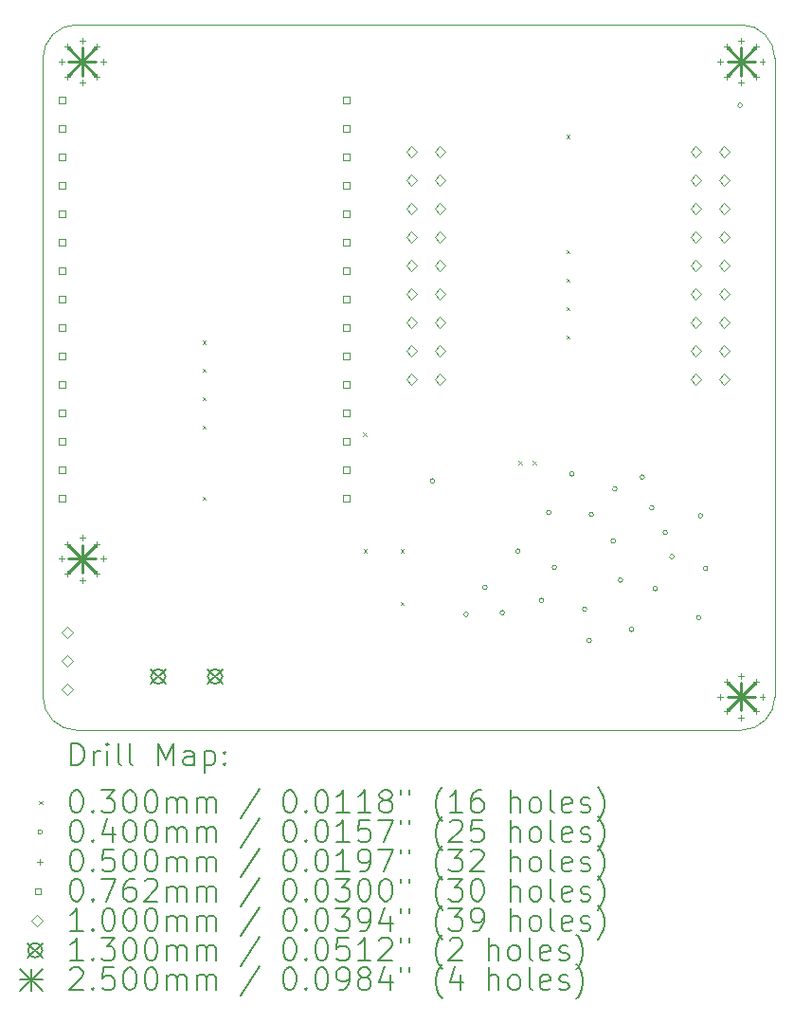
<source format=gbr>
%FSLAX45Y45*%
G04 Gerber Fmt 4.5, Leading zero omitted, Abs format (unit mm)*
G04 Created by KiCad (PCBNEW (6.0.2)) date 2022-09-28 01:41:13*
%MOMM*%
%LPD*%
G01*
G04 APERTURE LIST*
%TA.AperFunction,Profile*%
%ADD10C,0.100000*%
%TD*%
%ADD11C,0.200000*%
%ADD12C,0.030000*%
%ADD13C,0.040000*%
%ADD14C,0.050000*%
%ADD15C,0.076200*%
%ADD16C,0.100000*%
%ADD17C,0.130000*%
%ADD18C,0.250000*%
G04 APERTURE END LIST*
D10*
X9700000Y-9600000D02*
G75*
G03*
X10000000Y-9900000I300000J0D01*
G01*
X10000000Y-3600000D02*
X15940000Y-3600000D01*
X9700000Y-9600000D02*
X9700000Y-3900000D01*
X15940000Y-9900000D02*
G75*
G03*
X16240000Y-9600000I0J300000D01*
G01*
X16240000Y-3900000D02*
G75*
G03*
X15940000Y-3600000I-300000J0D01*
G01*
X16240000Y-3900000D02*
X16240000Y-9600000D01*
X15940000Y-9900000D02*
X10000000Y-9900000D01*
X10000000Y-3600000D02*
G75*
G03*
X9700000Y-3900000I0J-300000D01*
G01*
D11*
D12*
X11125000Y-6420000D02*
X11155000Y-6450000D01*
X11155000Y-6420000D02*
X11125000Y-6450000D01*
X11125000Y-6670000D02*
X11155000Y-6700000D01*
X11155000Y-6670000D02*
X11125000Y-6700000D01*
X11125000Y-6925000D02*
X11155000Y-6955000D01*
X11155000Y-6925000D02*
X11125000Y-6955000D01*
X11125000Y-7180000D02*
X11155000Y-7210000D01*
X11155000Y-7180000D02*
X11125000Y-7210000D01*
X11125000Y-7815000D02*
X11155000Y-7845000D01*
X11155000Y-7815000D02*
X11125000Y-7845000D01*
X12560000Y-7240000D02*
X12590000Y-7270000D01*
X12590000Y-7240000D02*
X12560000Y-7270000D01*
X12565000Y-8285000D02*
X12595000Y-8315000D01*
X12595000Y-8285000D02*
X12565000Y-8315000D01*
X12896250Y-8285000D02*
X12926250Y-8315000D01*
X12926250Y-8285000D02*
X12896250Y-8315000D01*
X12896250Y-8755000D02*
X12926250Y-8785000D01*
X12926250Y-8755000D02*
X12896250Y-8785000D01*
X13948875Y-7495000D02*
X13978875Y-7525000D01*
X13978875Y-7495000D02*
X13948875Y-7525000D01*
X14075875Y-7495000D02*
X14105875Y-7525000D01*
X14105875Y-7495000D02*
X14075875Y-7525000D01*
X14376000Y-4585000D02*
X14406000Y-4615000D01*
X14406000Y-4585000D02*
X14376000Y-4615000D01*
X14376000Y-5612500D02*
X14406000Y-5642500D01*
X14406000Y-5612500D02*
X14376000Y-5642500D01*
X14376000Y-5865000D02*
X14406000Y-5895000D01*
X14406000Y-5865000D02*
X14376000Y-5895000D01*
X14376000Y-6120000D02*
X14406000Y-6150000D01*
X14406000Y-6120000D02*
X14376000Y-6150000D01*
X14376000Y-6375000D02*
X14406000Y-6405000D01*
X14406000Y-6375000D02*
X14376000Y-6405000D01*
D13*
X13199000Y-7674000D02*
G75*
G03*
X13199000Y-7674000I-20000J0D01*
G01*
X13500000Y-8865000D02*
G75*
G03*
X13500000Y-8865000I-20000J0D01*
G01*
X13670000Y-8625000D02*
G75*
G03*
X13670000Y-8625000I-20000J0D01*
G01*
X13825000Y-8850000D02*
G75*
G03*
X13825000Y-8850000I-20000J0D01*
G01*
X13965000Y-8300000D02*
G75*
G03*
X13965000Y-8300000I-20000J0D01*
G01*
X14175000Y-8740000D02*
G75*
G03*
X14175000Y-8740000I-20000J0D01*
G01*
X14240000Y-7955000D02*
G75*
G03*
X14240000Y-7955000I-20000J0D01*
G01*
X14290000Y-8445000D02*
G75*
G03*
X14290000Y-8445000I-20000J0D01*
G01*
X14445000Y-7610000D02*
G75*
G03*
X14445000Y-7610000I-20000J0D01*
G01*
X14560000Y-8820000D02*
G75*
G03*
X14560000Y-8820000I-20000J0D01*
G01*
X14600000Y-9100000D02*
G75*
G03*
X14600000Y-9100000I-20000J0D01*
G01*
X14620000Y-7975000D02*
G75*
G03*
X14620000Y-7975000I-20000J0D01*
G01*
X14815000Y-8210000D02*
G75*
G03*
X14815000Y-8210000I-20000J0D01*
G01*
X14830000Y-7745000D02*
G75*
G03*
X14830000Y-7745000I-20000J0D01*
G01*
X14880000Y-8560000D02*
G75*
G03*
X14880000Y-8560000I-20000J0D01*
G01*
X14980000Y-9000000D02*
G75*
G03*
X14980000Y-9000000I-20000J0D01*
G01*
X15075000Y-7640000D02*
G75*
G03*
X15075000Y-7640000I-20000J0D01*
G01*
X15160000Y-7915000D02*
G75*
G03*
X15160000Y-7915000I-20000J0D01*
G01*
X15190000Y-8635000D02*
G75*
G03*
X15190000Y-8635000I-20000J0D01*
G01*
X15280000Y-8135000D02*
G75*
G03*
X15280000Y-8135000I-20000J0D01*
G01*
X15340000Y-8350000D02*
G75*
G03*
X15340000Y-8350000I-20000J0D01*
G01*
X15580000Y-8895000D02*
G75*
G03*
X15580000Y-8895000I-20000J0D01*
G01*
X15595000Y-7985000D02*
G75*
G03*
X15595000Y-7985000I-20000J0D01*
G01*
X15640000Y-8455000D02*
G75*
G03*
X15640000Y-8455000I-20000J0D01*
G01*
X15950000Y-4320000D02*
G75*
G03*
X15950000Y-4320000I-20000J0D01*
G01*
D14*
X9862500Y-3905000D02*
X9862500Y-3955000D01*
X9837500Y-3930000D02*
X9887500Y-3930000D01*
X9862500Y-8345000D02*
X9862500Y-8395000D01*
X9837500Y-8370000D02*
X9887500Y-8370000D01*
X9917418Y-3772417D02*
X9917418Y-3822417D01*
X9892418Y-3797417D02*
X9942418Y-3797417D01*
X9917418Y-4037582D02*
X9917418Y-4087582D01*
X9892418Y-4062582D02*
X9942418Y-4062582D01*
X9917418Y-8212417D02*
X9917418Y-8262417D01*
X9892418Y-8237417D02*
X9942418Y-8237417D01*
X9917418Y-8477583D02*
X9917418Y-8527583D01*
X9892418Y-8502583D02*
X9942418Y-8502583D01*
X10050000Y-3717500D02*
X10050000Y-3767500D01*
X10025000Y-3742500D02*
X10075000Y-3742500D01*
X10050000Y-4092500D02*
X10050000Y-4142500D01*
X10025000Y-4117500D02*
X10075000Y-4117500D01*
X10050000Y-8157500D02*
X10050000Y-8207500D01*
X10025000Y-8182500D02*
X10075000Y-8182500D01*
X10050000Y-8532500D02*
X10050000Y-8582500D01*
X10025000Y-8557500D02*
X10075000Y-8557500D01*
X10182583Y-3772417D02*
X10182583Y-3822417D01*
X10157583Y-3797417D02*
X10207583Y-3797417D01*
X10182583Y-4037582D02*
X10182583Y-4087582D01*
X10157583Y-4062582D02*
X10207583Y-4062582D01*
X10182583Y-8212417D02*
X10182583Y-8262417D01*
X10157583Y-8237417D02*
X10207583Y-8237417D01*
X10182583Y-8477583D02*
X10182583Y-8527583D01*
X10157583Y-8502583D02*
X10207583Y-8502583D01*
X10237500Y-3905000D02*
X10237500Y-3955000D01*
X10212500Y-3930000D02*
X10262500Y-3930000D01*
X10237500Y-8345000D02*
X10237500Y-8395000D01*
X10212500Y-8370000D02*
X10262500Y-8370000D01*
X15752500Y-3905000D02*
X15752500Y-3955000D01*
X15727500Y-3930000D02*
X15777500Y-3930000D01*
X15752500Y-9575000D02*
X15752500Y-9625000D01*
X15727500Y-9600000D02*
X15777500Y-9600000D01*
X15807417Y-3772417D02*
X15807417Y-3822417D01*
X15782417Y-3797417D02*
X15832417Y-3797417D01*
X15807417Y-4037582D02*
X15807417Y-4087582D01*
X15782417Y-4062582D02*
X15832417Y-4062582D01*
X15807417Y-9442418D02*
X15807417Y-9492418D01*
X15782417Y-9467418D02*
X15832417Y-9467418D01*
X15807417Y-9707583D02*
X15807417Y-9757583D01*
X15782417Y-9732583D02*
X15832417Y-9732583D01*
X15940000Y-3717500D02*
X15940000Y-3767500D01*
X15915000Y-3742500D02*
X15965000Y-3742500D01*
X15940000Y-4092500D02*
X15940000Y-4142500D01*
X15915000Y-4117500D02*
X15965000Y-4117500D01*
X15940000Y-9387500D02*
X15940000Y-9437500D01*
X15915000Y-9412500D02*
X15965000Y-9412500D01*
X15940000Y-9762500D02*
X15940000Y-9812500D01*
X15915000Y-9787500D02*
X15965000Y-9787500D01*
X16072582Y-3772417D02*
X16072582Y-3822417D01*
X16047582Y-3797417D02*
X16097582Y-3797417D01*
X16072582Y-4037582D02*
X16072582Y-4087582D01*
X16047582Y-4062582D02*
X16097582Y-4062582D01*
X16072582Y-9442418D02*
X16072582Y-9492418D01*
X16047582Y-9467418D02*
X16097582Y-9467418D01*
X16072582Y-9707583D02*
X16072582Y-9757583D01*
X16047582Y-9732583D02*
X16097582Y-9732583D01*
X16127500Y-3905000D02*
X16127500Y-3955000D01*
X16102500Y-3930000D02*
X16152500Y-3930000D01*
X16127500Y-9575000D02*
X16127500Y-9625000D01*
X16102500Y-9600000D02*
X16152500Y-9600000D01*
D15*
X9896941Y-4300941D02*
X9896941Y-4247059D01*
X9843059Y-4247059D01*
X9843059Y-4300941D01*
X9896941Y-4300941D01*
X9896941Y-4554941D02*
X9896941Y-4501059D01*
X9843059Y-4501059D01*
X9843059Y-4554941D01*
X9896941Y-4554941D01*
X9896941Y-4808941D02*
X9896941Y-4755059D01*
X9843059Y-4755059D01*
X9843059Y-4808941D01*
X9896941Y-4808941D01*
X9896941Y-5062941D02*
X9896941Y-5009059D01*
X9843059Y-5009059D01*
X9843059Y-5062941D01*
X9896941Y-5062941D01*
X9896941Y-5316941D02*
X9896941Y-5263059D01*
X9843059Y-5263059D01*
X9843059Y-5316941D01*
X9896941Y-5316941D01*
X9896941Y-5570941D02*
X9896941Y-5517059D01*
X9843059Y-5517059D01*
X9843059Y-5570941D01*
X9896941Y-5570941D01*
X9896941Y-5824941D02*
X9896941Y-5771059D01*
X9843059Y-5771059D01*
X9843059Y-5824941D01*
X9896941Y-5824941D01*
X9896941Y-6078941D02*
X9896941Y-6025059D01*
X9843059Y-6025059D01*
X9843059Y-6078941D01*
X9896941Y-6078941D01*
X9896941Y-6332941D02*
X9896941Y-6279059D01*
X9843059Y-6279059D01*
X9843059Y-6332941D01*
X9896941Y-6332941D01*
X9896941Y-6586941D02*
X9896941Y-6533059D01*
X9843059Y-6533059D01*
X9843059Y-6586941D01*
X9896941Y-6586941D01*
X9896941Y-6840941D02*
X9896941Y-6787059D01*
X9843059Y-6787059D01*
X9843059Y-6840941D01*
X9896941Y-6840941D01*
X9896941Y-7094941D02*
X9896941Y-7041059D01*
X9843059Y-7041059D01*
X9843059Y-7094941D01*
X9896941Y-7094941D01*
X9896941Y-7348941D02*
X9896941Y-7295059D01*
X9843059Y-7295059D01*
X9843059Y-7348941D01*
X9896941Y-7348941D01*
X9896941Y-7602941D02*
X9896941Y-7549059D01*
X9843059Y-7549059D01*
X9843059Y-7602941D01*
X9896941Y-7602941D01*
X9896941Y-7856941D02*
X9896941Y-7803059D01*
X9843059Y-7803059D01*
X9843059Y-7856941D01*
X9896941Y-7856941D01*
X12436941Y-4300941D02*
X12436941Y-4247059D01*
X12383059Y-4247059D01*
X12383059Y-4300941D01*
X12436941Y-4300941D01*
X12436941Y-4554941D02*
X12436941Y-4501059D01*
X12383059Y-4501059D01*
X12383059Y-4554941D01*
X12436941Y-4554941D01*
X12436941Y-4808941D02*
X12436941Y-4755059D01*
X12383059Y-4755059D01*
X12383059Y-4808941D01*
X12436941Y-4808941D01*
X12436941Y-5062941D02*
X12436941Y-5009059D01*
X12383059Y-5009059D01*
X12383059Y-5062941D01*
X12436941Y-5062941D01*
X12436941Y-5316941D02*
X12436941Y-5263059D01*
X12383059Y-5263059D01*
X12383059Y-5316941D01*
X12436941Y-5316941D01*
X12436941Y-5570941D02*
X12436941Y-5517059D01*
X12383059Y-5517059D01*
X12383059Y-5570941D01*
X12436941Y-5570941D01*
X12436941Y-5824941D02*
X12436941Y-5771059D01*
X12383059Y-5771059D01*
X12383059Y-5824941D01*
X12436941Y-5824941D01*
X12436941Y-6078941D02*
X12436941Y-6025059D01*
X12383059Y-6025059D01*
X12383059Y-6078941D01*
X12436941Y-6078941D01*
X12436941Y-6332941D02*
X12436941Y-6279059D01*
X12383059Y-6279059D01*
X12383059Y-6332941D01*
X12436941Y-6332941D01*
X12436941Y-6586941D02*
X12436941Y-6533059D01*
X12383059Y-6533059D01*
X12383059Y-6586941D01*
X12436941Y-6586941D01*
X12436941Y-6840941D02*
X12436941Y-6787059D01*
X12383059Y-6787059D01*
X12383059Y-6840941D01*
X12436941Y-6840941D01*
X12436941Y-7094941D02*
X12436941Y-7041059D01*
X12383059Y-7041059D01*
X12383059Y-7094941D01*
X12436941Y-7094941D01*
X12436941Y-7348941D02*
X12436941Y-7295059D01*
X12383059Y-7295059D01*
X12383059Y-7348941D01*
X12436941Y-7348941D01*
X12436941Y-7602941D02*
X12436941Y-7549059D01*
X12383059Y-7549059D01*
X12383059Y-7602941D01*
X12436941Y-7602941D01*
X12436941Y-7856941D02*
X12436941Y-7803059D01*
X12383059Y-7803059D01*
X12383059Y-7856941D01*
X12436941Y-7856941D01*
D16*
X9915000Y-9080000D02*
X9965000Y-9030000D01*
X9915000Y-8980000D01*
X9865000Y-9030000D01*
X9915000Y-9080000D01*
X9915000Y-9334000D02*
X9965000Y-9284000D01*
X9915000Y-9234000D01*
X9865000Y-9284000D01*
X9915000Y-9334000D01*
X9915000Y-9588000D02*
X9965000Y-9538000D01*
X9915000Y-9488000D01*
X9865000Y-9538000D01*
X9915000Y-9588000D01*
X12994000Y-4787500D02*
X13044000Y-4737500D01*
X12994000Y-4687500D01*
X12944000Y-4737500D01*
X12994000Y-4787500D01*
X12994000Y-5041500D02*
X13044000Y-4991500D01*
X12994000Y-4941500D01*
X12944000Y-4991500D01*
X12994000Y-5041500D01*
X12994000Y-5295500D02*
X13044000Y-5245500D01*
X12994000Y-5195500D01*
X12944000Y-5245500D01*
X12994000Y-5295500D01*
X12994000Y-5549500D02*
X13044000Y-5499500D01*
X12994000Y-5449500D01*
X12944000Y-5499500D01*
X12994000Y-5549500D01*
X12994000Y-5803500D02*
X13044000Y-5753500D01*
X12994000Y-5703500D01*
X12944000Y-5753500D01*
X12994000Y-5803500D01*
X12994000Y-6057500D02*
X13044000Y-6007500D01*
X12994000Y-5957500D01*
X12944000Y-6007500D01*
X12994000Y-6057500D01*
X12994000Y-6311500D02*
X13044000Y-6261500D01*
X12994000Y-6211500D01*
X12944000Y-6261500D01*
X12994000Y-6311500D01*
X12994000Y-6565500D02*
X13044000Y-6515500D01*
X12994000Y-6465500D01*
X12944000Y-6515500D01*
X12994000Y-6565500D01*
X12994000Y-6819500D02*
X13044000Y-6769500D01*
X12994000Y-6719500D01*
X12944000Y-6769500D01*
X12994000Y-6819500D01*
X13248000Y-4787500D02*
X13298000Y-4737500D01*
X13248000Y-4687500D01*
X13198000Y-4737500D01*
X13248000Y-4787500D01*
X13248000Y-5041500D02*
X13298000Y-4991500D01*
X13248000Y-4941500D01*
X13198000Y-4991500D01*
X13248000Y-5041500D01*
X13248000Y-5295500D02*
X13298000Y-5245500D01*
X13248000Y-5195500D01*
X13198000Y-5245500D01*
X13248000Y-5295500D01*
X13248000Y-5549500D02*
X13298000Y-5499500D01*
X13248000Y-5449500D01*
X13198000Y-5499500D01*
X13248000Y-5549500D01*
X13248000Y-5803500D02*
X13298000Y-5753500D01*
X13248000Y-5703500D01*
X13198000Y-5753500D01*
X13248000Y-5803500D01*
X13248000Y-6057500D02*
X13298000Y-6007500D01*
X13248000Y-5957500D01*
X13198000Y-6007500D01*
X13248000Y-6057500D01*
X13248000Y-6311500D02*
X13298000Y-6261500D01*
X13248000Y-6211500D01*
X13198000Y-6261500D01*
X13248000Y-6311500D01*
X13248000Y-6565500D02*
X13298000Y-6515500D01*
X13248000Y-6465500D01*
X13198000Y-6515500D01*
X13248000Y-6565500D01*
X13248000Y-6819500D02*
X13298000Y-6769500D01*
X13248000Y-6719500D01*
X13198000Y-6769500D01*
X13248000Y-6819500D01*
X15534000Y-4787500D02*
X15584000Y-4737500D01*
X15534000Y-4687500D01*
X15484000Y-4737500D01*
X15534000Y-4787500D01*
X15534000Y-5041500D02*
X15584000Y-4991500D01*
X15534000Y-4941500D01*
X15484000Y-4991500D01*
X15534000Y-5041500D01*
X15534000Y-5295500D02*
X15584000Y-5245500D01*
X15534000Y-5195500D01*
X15484000Y-5245500D01*
X15534000Y-5295500D01*
X15534000Y-5549500D02*
X15584000Y-5499500D01*
X15534000Y-5449500D01*
X15484000Y-5499500D01*
X15534000Y-5549500D01*
X15534000Y-5803500D02*
X15584000Y-5753500D01*
X15534000Y-5703500D01*
X15484000Y-5753500D01*
X15534000Y-5803500D01*
X15534000Y-6057500D02*
X15584000Y-6007500D01*
X15534000Y-5957500D01*
X15484000Y-6007500D01*
X15534000Y-6057500D01*
X15534000Y-6311500D02*
X15584000Y-6261500D01*
X15534000Y-6211500D01*
X15484000Y-6261500D01*
X15534000Y-6311500D01*
X15534000Y-6565500D02*
X15584000Y-6515500D01*
X15534000Y-6465500D01*
X15484000Y-6515500D01*
X15534000Y-6565500D01*
X15534000Y-6819500D02*
X15584000Y-6769500D01*
X15534000Y-6719500D01*
X15484000Y-6769500D01*
X15534000Y-6819500D01*
X15788000Y-4787500D02*
X15838000Y-4737500D01*
X15788000Y-4687500D01*
X15738000Y-4737500D01*
X15788000Y-4787500D01*
X15788000Y-5041500D02*
X15838000Y-4991500D01*
X15788000Y-4941500D01*
X15738000Y-4991500D01*
X15788000Y-5041500D01*
X15788000Y-5295500D02*
X15838000Y-5245500D01*
X15788000Y-5195500D01*
X15738000Y-5245500D01*
X15788000Y-5295500D01*
X15788000Y-5549500D02*
X15838000Y-5499500D01*
X15788000Y-5449500D01*
X15738000Y-5499500D01*
X15788000Y-5549500D01*
X15788000Y-5803500D02*
X15838000Y-5753500D01*
X15788000Y-5703500D01*
X15738000Y-5753500D01*
X15788000Y-5803500D01*
X15788000Y-6057500D02*
X15838000Y-6007500D01*
X15788000Y-5957500D01*
X15738000Y-6007500D01*
X15788000Y-6057500D01*
X15788000Y-6311500D02*
X15838000Y-6261500D01*
X15788000Y-6211500D01*
X15738000Y-6261500D01*
X15788000Y-6311500D01*
X15788000Y-6565500D02*
X15838000Y-6515500D01*
X15788000Y-6465500D01*
X15738000Y-6515500D01*
X15788000Y-6565500D01*
X15788000Y-6819500D02*
X15838000Y-6769500D01*
X15788000Y-6719500D01*
X15738000Y-6769500D01*
X15788000Y-6819500D01*
D17*
X10665000Y-9355500D02*
X10795000Y-9485500D01*
X10795000Y-9355500D02*
X10665000Y-9485500D01*
X10795000Y-9420500D02*
G75*
G03*
X10795000Y-9420500I-65000J0D01*
G01*
X11173000Y-9355500D02*
X11303000Y-9485500D01*
X11303000Y-9355500D02*
X11173000Y-9485500D01*
X11303000Y-9420500D02*
G75*
G03*
X11303000Y-9420500I-65000J0D01*
G01*
D18*
X9925000Y-3805000D02*
X10175000Y-4055000D01*
X10175000Y-3805000D02*
X9925000Y-4055000D01*
X10050000Y-3805000D02*
X10050000Y-4055000D01*
X9925000Y-3930000D02*
X10175000Y-3930000D01*
X9925000Y-8245000D02*
X10175000Y-8495000D01*
X10175000Y-8245000D02*
X9925000Y-8495000D01*
X10050000Y-8245000D02*
X10050000Y-8495000D01*
X9925000Y-8370000D02*
X10175000Y-8370000D01*
X15815000Y-3805000D02*
X16065000Y-4055000D01*
X16065000Y-3805000D02*
X15815000Y-4055000D01*
X15940000Y-3805000D02*
X15940000Y-4055000D01*
X15815000Y-3930000D02*
X16065000Y-3930000D01*
X15815000Y-9475000D02*
X16065000Y-9725000D01*
X16065000Y-9475000D02*
X15815000Y-9725000D01*
X15940000Y-9475000D02*
X15940000Y-9725000D01*
X15815000Y-9600000D02*
X16065000Y-9600000D01*
D11*
X9952619Y-10215476D02*
X9952619Y-10015476D01*
X10000238Y-10015476D01*
X10028810Y-10025000D01*
X10047857Y-10044048D01*
X10057381Y-10063095D01*
X10066905Y-10101190D01*
X10066905Y-10129762D01*
X10057381Y-10167857D01*
X10047857Y-10186905D01*
X10028810Y-10205952D01*
X10000238Y-10215476D01*
X9952619Y-10215476D01*
X10152619Y-10215476D02*
X10152619Y-10082143D01*
X10152619Y-10120238D02*
X10162143Y-10101190D01*
X10171667Y-10091667D01*
X10190714Y-10082143D01*
X10209762Y-10082143D01*
X10276429Y-10215476D02*
X10276429Y-10082143D01*
X10276429Y-10015476D02*
X10266905Y-10025000D01*
X10276429Y-10034524D01*
X10285952Y-10025000D01*
X10276429Y-10015476D01*
X10276429Y-10034524D01*
X10400238Y-10215476D02*
X10381190Y-10205952D01*
X10371667Y-10186905D01*
X10371667Y-10015476D01*
X10505000Y-10215476D02*
X10485952Y-10205952D01*
X10476429Y-10186905D01*
X10476429Y-10015476D01*
X10733571Y-10215476D02*
X10733571Y-10015476D01*
X10800238Y-10158333D01*
X10866905Y-10015476D01*
X10866905Y-10215476D01*
X11047857Y-10215476D02*
X11047857Y-10110714D01*
X11038333Y-10091667D01*
X11019286Y-10082143D01*
X10981190Y-10082143D01*
X10962143Y-10091667D01*
X11047857Y-10205952D02*
X11028810Y-10215476D01*
X10981190Y-10215476D01*
X10962143Y-10205952D01*
X10952619Y-10186905D01*
X10952619Y-10167857D01*
X10962143Y-10148810D01*
X10981190Y-10139286D01*
X11028810Y-10139286D01*
X11047857Y-10129762D01*
X11143095Y-10082143D02*
X11143095Y-10282143D01*
X11143095Y-10091667D02*
X11162143Y-10082143D01*
X11200238Y-10082143D01*
X11219286Y-10091667D01*
X11228809Y-10101190D01*
X11238333Y-10120238D01*
X11238333Y-10177381D01*
X11228809Y-10196429D01*
X11219286Y-10205952D01*
X11200238Y-10215476D01*
X11162143Y-10215476D01*
X11143095Y-10205952D01*
X11324048Y-10196429D02*
X11333571Y-10205952D01*
X11324048Y-10215476D01*
X11314524Y-10205952D01*
X11324048Y-10196429D01*
X11324048Y-10215476D01*
X11324048Y-10091667D02*
X11333571Y-10101190D01*
X11324048Y-10110714D01*
X11314524Y-10101190D01*
X11324048Y-10091667D01*
X11324048Y-10110714D01*
D12*
X9665000Y-10530000D02*
X9695000Y-10560000D01*
X9695000Y-10530000D02*
X9665000Y-10560000D01*
D11*
X9990714Y-10435476D02*
X10009762Y-10435476D01*
X10028810Y-10445000D01*
X10038333Y-10454524D01*
X10047857Y-10473571D01*
X10057381Y-10511667D01*
X10057381Y-10559286D01*
X10047857Y-10597381D01*
X10038333Y-10616429D01*
X10028810Y-10625952D01*
X10009762Y-10635476D01*
X9990714Y-10635476D01*
X9971667Y-10625952D01*
X9962143Y-10616429D01*
X9952619Y-10597381D01*
X9943095Y-10559286D01*
X9943095Y-10511667D01*
X9952619Y-10473571D01*
X9962143Y-10454524D01*
X9971667Y-10445000D01*
X9990714Y-10435476D01*
X10143095Y-10616429D02*
X10152619Y-10625952D01*
X10143095Y-10635476D01*
X10133571Y-10625952D01*
X10143095Y-10616429D01*
X10143095Y-10635476D01*
X10219286Y-10435476D02*
X10343095Y-10435476D01*
X10276429Y-10511667D01*
X10305000Y-10511667D01*
X10324048Y-10521190D01*
X10333571Y-10530714D01*
X10343095Y-10549762D01*
X10343095Y-10597381D01*
X10333571Y-10616429D01*
X10324048Y-10625952D01*
X10305000Y-10635476D01*
X10247857Y-10635476D01*
X10228810Y-10625952D01*
X10219286Y-10616429D01*
X10466905Y-10435476D02*
X10485952Y-10435476D01*
X10505000Y-10445000D01*
X10514524Y-10454524D01*
X10524048Y-10473571D01*
X10533571Y-10511667D01*
X10533571Y-10559286D01*
X10524048Y-10597381D01*
X10514524Y-10616429D01*
X10505000Y-10625952D01*
X10485952Y-10635476D01*
X10466905Y-10635476D01*
X10447857Y-10625952D01*
X10438333Y-10616429D01*
X10428810Y-10597381D01*
X10419286Y-10559286D01*
X10419286Y-10511667D01*
X10428810Y-10473571D01*
X10438333Y-10454524D01*
X10447857Y-10445000D01*
X10466905Y-10435476D01*
X10657381Y-10435476D02*
X10676429Y-10435476D01*
X10695476Y-10445000D01*
X10705000Y-10454524D01*
X10714524Y-10473571D01*
X10724048Y-10511667D01*
X10724048Y-10559286D01*
X10714524Y-10597381D01*
X10705000Y-10616429D01*
X10695476Y-10625952D01*
X10676429Y-10635476D01*
X10657381Y-10635476D01*
X10638333Y-10625952D01*
X10628810Y-10616429D01*
X10619286Y-10597381D01*
X10609762Y-10559286D01*
X10609762Y-10511667D01*
X10619286Y-10473571D01*
X10628810Y-10454524D01*
X10638333Y-10445000D01*
X10657381Y-10435476D01*
X10809762Y-10635476D02*
X10809762Y-10502143D01*
X10809762Y-10521190D02*
X10819286Y-10511667D01*
X10838333Y-10502143D01*
X10866905Y-10502143D01*
X10885952Y-10511667D01*
X10895476Y-10530714D01*
X10895476Y-10635476D01*
X10895476Y-10530714D02*
X10905000Y-10511667D01*
X10924048Y-10502143D01*
X10952619Y-10502143D01*
X10971667Y-10511667D01*
X10981190Y-10530714D01*
X10981190Y-10635476D01*
X11076429Y-10635476D02*
X11076429Y-10502143D01*
X11076429Y-10521190D02*
X11085952Y-10511667D01*
X11105000Y-10502143D01*
X11133571Y-10502143D01*
X11152619Y-10511667D01*
X11162143Y-10530714D01*
X11162143Y-10635476D01*
X11162143Y-10530714D02*
X11171667Y-10511667D01*
X11190714Y-10502143D01*
X11219286Y-10502143D01*
X11238333Y-10511667D01*
X11247857Y-10530714D01*
X11247857Y-10635476D01*
X11638333Y-10425952D02*
X11466905Y-10683095D01*
X11895476Y-10435476D02*
X11914524Y-10435476D01*
X11933571Y-10445000D01*
X11943095Y-10454524D01*
X11952619Y-10473571D01*
X11962143Y-10511667D01*
X11962143Y-10559286D01*
X11952619Y-10597381D01*
X11943095Y-10616429D01*
X11933571Y-10625952D01*
X11914524Y-10635476D01*
X11895476Y-10635476D01*
X11876428Y-10625952D01*
X11866905Y-10616429D01*
X11857381Y-10597381D01*
X11847857Y-10559286D01*
X11847857Y-10511667D01*
X11857381Y-10473571D01*
X11866905Y-10454524D01*
X11876428Y-10445000D01*
X11895476Y-10435476D01*
X12047857Y-10616429D02*
X12057381Y-10625952D01*
X12047857Y-10635476D01*
X12038333Y-10625952D01*
X12047857Y-10616429D01*
X12047857Y-10635476D01*
X12181190Y-10435476D02*
X12200238Y-10435476D01*
X12219286Y-10445000D01*
X12228809Y-10454524D01*
X12238333Y-10473571D01*
X12247857Y-10511667D01*
X12247857Y-10559286D01*
X12238333Y-10597381D01*
X12228809Y-10616429D01*
X12219286Y-10625952D01*
X12200238Y-10635476D01*
X12181190Y-10635476D01*
X12162143Y-10625952D01*
X12152619Y-10616429D01*
X12143095Y-10597381D01*
X12133571Y-10559286D01*
X12133571Y-10511667D01*
X12143095Y-10473571D01*
X12152619Y-10454524D01*
X12162143Y-10445000D01*
X12181190Y-10435476D01*
X12438333Y-10635476D02*
X12324048Y-10635476D01*
X12381190Y-10635476D02*
X12381190Y-10435476D01*
X12362143Y-10464048D01*
X12343095Y-10483095D01*
X12324048Y-10492619D01*
X12628809Y-10635476D02*
X12514524Y-10635476D01*
X12571667Y-10635476D02*
X12571667Y-10435476D01*
X12552619Y-10464048D01*
X12533571Y-10483095D01*
X12514524Y-10492619D01*
X12743095Y-10521190D02*
X12724048Y-10511667D01*
X12714524Y-10502143D01*
X12705000Y-10483095D01*
X12705000Y-10473571D01*
X12714524Y-10454524D01*
X12724048Y-10445000D01*
X12743095Y-10435476D01*
X12781190Y-10435476D01*
X12800238Y-10445000D01*
X12809762Y-10454524D01*
X12819286Y-10473571D01*
X12819286Y-10483095D01*
X12809762Y-10502143D01*
X12800238Y-10511667D01*
X12781190Y-10521190D01*
X12743095Y-10521190D01*
X12724048Y-10530714D01*
X12714524Y-10540238D01*
X12705000Y-10559286D01*
X12705000Y-10597381D01*
X12714524Y-10616429D01*
X12724048Y-10625952D01*
X12743095Y-10635476D01*
X12781190Y-10635476D01*
X12800238Y-10625952D01*
X12809762Y-10616429D01*
X12819286Y-10597381D01*
X12819286Y-10559286D01*
X12809762Y-10540238D01*
X12800238Y-10530714D01*
X12781190Y-10521190D01*
X12895476Y-10435476D02*
X12895476Y-10473571D01*
X12971667Y-10435476D02*
X12971667Y-10473571D01*
X13266905Y-10711667D02*
X13257381Y-10702143D01*
X13238333Y-10673571D01*
X13228809Y-10654524D01*
X13219286Y-10625952D01*
X13209762Y-10578333D01*
X13209762Y-10540238D01*
X13219286Y-10492619D01*
X13228809Y-10464048D01*
X13238333Y-10445000D01*
X13257381Y-10416429D01*
X13266905Y-10406905D01*
X13447857Y-10635476D02*
X13333571Y-10635476D01*
X13390714Y-10635476D02*
X13390714Y-10435476D01*
X13371667Y-10464048D01*
X13352619Y-10483095D01*
X13333571Y-10492619D01*
X13619286Y-10435476D02*
X13581190Y-10435476D01*
X13562143Y-10445000D01*
X13552619Y-10454524D01*
X13533571Y-10483095D01*
X13524048Y-10521190D01*
X13524048Y-10597381D01*
X13533571Y-10616429D01*
X13543095Y-10625952D01*
X13562143Y-10635476D01*
X13600238Y-10635476D01*
X13619286Y-10625952D01*
X13628809Y-10616429D01*
X13638333Y-10597381D01*
X13638333Y-10549762D01*
X13628809Y-10530714D01*
X13619286Y-10521190D01*
X13600238Y-10511667D01*
X13562143Y-10511667D01*
X13543095Y-10521190D01*
X13533571Y-10530714D01*
X13524048Y-10549762D01*
X13876428Y-10635476D02*
X13876428Y-10435476D01*
X13962143Y-10635476D02*
X13962143Y-10530714D01*
X13952619Y-10511667D01*
X13933571Y-10502143D01*
X13905000Y-10502143D01*
X13885952Y-10511667D01*
X13876428Y-10521190D01*
X14085952Y-10635476D02*
X14066905Y-10625952D01*
X14057381Y-10616429D01*
X14047857Y-10597381D01*
X14047857Y-10540238D01*
X14057381Y-10521190D01*
X14066905Y-10511667D01*
X14085952Y-10502143D01*
X14114524Y-10502143D01*
X14133571Y-10511667D01*
X14143095Y-10521190D01*
X14152619Y-10540238D01*
X14152619Y-10597381D01*
X14143095Y-10616429D01*
X14133571Y-10625952D01*
X14114524Y-10635476D01*
X14085952Y-10635476D01*
X14266905Y-10635476D02*
X14247857Y-10625952D01*
X14238333Y-10606905D01*
X14238333Y-10435476D01*
X14419286Y-10625952D02*
X14400238Y-10635476D01*
X14362143Y-10635476D01*
X14343095Y-10625952D01*
X14333571Y-10606905D01*
X14333571Y-10530714D01*
X14343095Y-10511667D01*
X14362143Y-10502143D01*
X14400238Y-10502143D01*
X14419286Y-10511667D01*
X14428809Y-10530714D01*
X14428809Y-10549762D01*
X14333571Y-10568810D01*
X14505000Y-10625952D02*
X14524048Y-10635476D01*
X14562143Y-10635476D01*
X14581190Y-10625952D01*
X14590714Y-10606905D01*
X14590714Y-10597381D01*
X14581190Y-10578333D01*
X14562143Y-10568810D01*
X14533571Y-10568810D01*
X14514524Y-10559286D01*
X14505000Y-10540238D01*
X14505000Y-10530714D01*
X14514524Y-10511667D01*
X14533571Y-10502143D01*
X14562143Y-10502143D01*
X14581190Y-10511667D01*
X14657381Y-10711667D02*
X14666905Y-10702143D01*
X14685952Y-10673571D01*
X14695476Y-10654524D01*
X14705000Y-10625952D01*
X14714524Y-10578333D01*
X14714524Y-10540238D01*
X14705000Y-10492619D01*
X14695476Y-10464048D01*
X14685952Y-10445000D01*
X14666905Y-10416429D01*
X14657381Y-10406905D01*
D13*
X9695000Y-10809000D02*
G75*
G03*
X9695000Y-10809000I-20000J0D01*
G01*
D11*
X9990714Y-10699476D02*
X10009762Y-10699476D01*
X10028810Y-10709000D01*
X10038333Y-10718524D01*
X10047857Y-10737571D01*
X10057381Y-10775667D01*
X10057381Y-10823286D01*
X10047857Y-10861381D01*
X10038333Y-10880429D01*
X10028810Y-10889952D01*
X10009762Y-10899476D01*
X9990714Y-10899476D01*
X9971667Y-10889952D01*
X9962143Y-10880429D01*
X9952619Y-10861381D01*
X9943095Y-10823286D01*
X9943095Y-10775667D01*
X9952619Y-10737571D01*
X9962143Y-10718524D01*
X9971667Y-10709000D01*
X9990714Y-10699476D01*
X10143095Y-10880429D02*
X10152619Y-10889952D01*
X10143095Y-10899476D01*
X10133571Y-10889952D01*
X10143095Y-10880429D01*
X10143095Y-10899476D01*
X10324048Y-10766143D02*
X10324048Y-10899476D01*
X10276429Y-10689952D02*
X10228810Y-10832810D01*
X10352619Y-10832810D01*
X10466905Y-10699476D02*
X10485952Y-10699476D01*
X10505000Y-10709000D01*
X10514524Y-10718524D01*
X10524048Y-10737571D01*
X10533571Y-10775667D01*
X10533571Y-10823286D01*
X10524048Y-10861381D01*
X10514524Y-10880429D01*
X10505000Y-10889952D01*
X10485952Y-10899476D01*
X10466905Y-10899476D01*
X10447857Y-10889952D01*
X10438333Y-10880429D01*
X10428810Y-10861381D01*
X10419286Y-10823286D01*
X10419286Y-10775667D01*
X10428810Y-10737571D01*
X10438333Y-10718524D01*
X10447857Y-10709000D01*
X10466905Y-10699476D01*
X10657381Y-10699476D02*
X10676429Y-10699476D01*
X10695476Y-10709000D01*
X10705000Y-10718524D01*
X10714524Y-10737571D01*
X10724048Y-10775667D01*
X10724048Y-10823286D01*
X10714524Y-10861381D01*
X10705000Y-10880429D01*
X10695476Y-10889952D01*
X10676429Y-10899476D01*
X10657381Y-10899476D01*
X10638333Y-10889952D01*
X10628810Y-10880429D01*
X10619286Y-10861381D01*
X10609762Y-10823286D01*
X10609762Y-10775667D01*
X10619286Y-10737571D01*
X10628810Y-10718524D01*
X10638333Y-10709000D01*
X10657381Y-10699476D01*
X10809762Y-10899476D02*
X10809762Y-10766143D01*
X10809762Y-10785190D02*
X10819286Y-10775667D01*
X10838333Y-10766143D01*
X10866905Y-10766143D01*
X10885952Y-10775667D01*
X10895476Y-10794714D01*
X10895476Y-10899476D01*
X10895476Y-10794714D02*
X10905000Y-10775667D01*
X10924048Y-10766143D01*
X10952619Y-10766143D01*
X10971667Y-10775667D01*
X10981190Y-10794714D01*
X10981190Y-10899476D01*
X11076429Y-10899476D02*
X11076429Y-10766143D01*
X11076429Y-10785190D02*
X11085952Y-10775667D01*
X11105000Y-10766143D01*
X11133571Y-10766143D01*
X11152619Y-10775667D01*
X11162143Y-10794714D01*
X11162143Y-10899476D01*
X11162143Y-10794714D02*
X11171667Y-10775667D01*
X11190714Y-10766143D01*
X11219286Y-10766143D01*
X11238333Y-10775667D01*
X11247857Y-10794714D01*
X11247857Y-10899476D01*
X11638333Y-10689952D02*
X11466905Y-10947095D01*
X11895476Y-10699476D02*
X11914524Y-10699476D01*
X11933571Y-10709000D01*
X11943095Y-10718524D01*
X11952619Y-10737571D01*
X11962143Y-10775667D01*
X11962143Y-10823286D01*
X11952619Y-10861381D01*
X11943095Y-10880429D01*
X11933571Y-10889952D01*
X11914524Y-10899476D01*
X11895476Y-10899476D01*
X11876428Y-10889952D01*
X11866905Y-10880429D01*
X11857381Y-10861381D01*
X11847857Y-10823286D01*
X11847857Y-10775667D01*
X11857381Y-10737571D01*
X11866905Y-10718524D01*
X11876428Y-10709000D01*
X11895476Y-10699476D01*
X12047857Y-10880429D02*
X12057381Y-10889952D01*
X12047857Y-10899476D01*
X12038333Y-10889952D01*
X12047857Y-10880429D01*
X12047857Y-10899476D01*
X12181190Y-10699476D02*
X12200238Y-10699476D01*
X12219286Y-10709000D01*
X12228809Y-10718524D01*
X12238333Y-10737571D01*
X12247857Y-10775667D01*
X12247857Y-10823286D01*
X12238333Y-10861381D01*
X12228809Y-10880429D01*
X12219286Y-10889952D01*
X12200238Y-10899476D01*
X12181190Y-10899476D01*
X12162143Y-10889952D01*
X12152619Y-10880429D01*
X12143095Y-10861381D01*
X12133571Y-10823286D01*
X12133571Y-10775667D01*
X12143095Y-10737571D01*
X12152619Y-10718524D01*
X12162143Y-10709000D01*
X12181190Y-10699476D01*
X12438333Y-10899476D02*
X12324048Y-10899476D01*
X12381190Y-10899476D02*
X12381190Y-10699476D01*
X12362143Y-10728048D01*
X12343095Y-10747095D01*
X12324048Y-10756619D01*
X12619286Y-10699476D02*
X12524048Y-10699476D01*
X12514524Y-10794714D01*
X12524048Y-10785190D01*
X12543095Y-10775667D01*
X12590714Y-10775667D01*
X12609762Y-10785190D01*
X12619286Y-10794714D01*
X12628809Y-10813762D01*
X12628809Y-10861381D01*
X12619286Y-10880429D01*
X12609762Y-10889952D01*
X12590714Y-10899476D01*
X12543095Y-10899476D01*
X12524048Y-10889952D01*
X12514524Y-10880429D01*
X12695476Y-10699476D02*
X12828809Y-10699476D01*
X12743095Y-10899476D01*
X12895476Y-10699476D02*
X12895476Y-10737571D01*
X12971667Y-10699476D02*
X12971667Y-10737571D01*
X13266905Y-10975667D02*
X13257381Y-10966143D01*
X13238333Y-10937571D01*
X13228809Y-10918524D01*
X13219286Y-10889952D01*
X13209762Y-10842333D01*
X13209762Y-10804238D01*
X13219286Y-10756619D01*
X13228809Y-10728048D01*
X13238333Y-10709000D01*
X13257381Y-10680429D01*
X13266905Y-10670905D01*
X13333571Y-10718524D02*
X13343095Y-10709000D01*
X13362143Y-10699476D01*
X13409762Y-10699476D01*
X13428809Y-10709000D01*
X13438333Y-10718524D01*
X13447857Y-10737571D01*
X13447857Y-10756619D01*
X13438333Y-10785190D01*
X13324048Y-10899476D01*
X13447857Y-10899476D01*
X13628809Y-10699476D02*
X13533571Y-10699476D01*
X13524048Y-10794714D01*
X13533571Y-10785190D01*
X13552619Y-10775667D01*
X13600238Y-10775667D01*
X13619286Y-10785190D01*
X13628809Y-10794714D01*
X13638333Y-10813762D01*
X13638333Y-10861381D01*
X13628809Y-10880429D01*
X13619286Y-10889952D01*
X13600238Y-10899476D01*
X13552619Y-10899476D01*
X13533571Y-10889952D01*
X13524048Y-10880429D01*
X13876428Y-10899476D02*
X13876428Y-10699476D01*
X13962143Y-10899476D02*
X13962143Y-10794714D01*
X13952619Y-10775667D01*
X13933571Y-10766143D01*
X13905000Y-10766143D01*
X13885952Y-10775667D01*
X13876428Y-10785190D01*
X14085952Y-10899476D02*
X14066905Y-10889952D01*
X14057381Y-10880429D01*
X14047857Y-10861381D01*
X14047857Y-10804238D01*
X14057381Y-10785190D01*
X14066905Y-10775667D01*
X14085952Y-10766143D01*
X14114524Y-10766143D01*
X14133571Y-10775667D01*
X14143095Y-10785190D01*
X14152619Y-10804238D01*
X14152619Y-10861381D01*
X14143095Y-10880429D01*
X14133571Y-10889952D01*
X14114524Y-10899476D01*
X14085952Y-10899476D01*
X14266905Y-10899476D02*
X14247857Y-10889952D01*
X14238333Y-10870905D01*
X14238333Y-10699476D01*
X14419286Y-10889952D02*
X14400238Y-10899476D01*
X14362143Y-10899476D01*
X14343095Y-10889952D01*
X14333571Y-10870905D01*
X14333571Y-10794714D01*
X14343095Y-10775667D01*
X14362143Y-10766143D01*
X14400238Y-10766143D01*
X14419286Y-10775667D01*
X14428809Y-10794714D01*
X14428809Y-10813762D01*
X14333571Y-10832810D01*
X14505000Y-10889952D02*
X14524048Y-10899476D01*
X14562143Y-10899476D01*
X14581190Y-10889952D01*
X14590714Y-10870905D01*
X14590714Y-10861381D01*
X14581190Y-10842333D01*
X14562143Y-10832810D01*
X14533571Y-10832810D01*
X14514524Y-10823286D01*
X14505000Y-10804238D01*
X14505000Y-10794714D01*
X14514524Y-10775667D01*
X14533571Y-10766143D01*
X14562143Y-10766143D01*
X14581190Y-10775667D01*
X14657381Y-10975667D02*
X14666905Y-10966143D01*
X14685952Y-10937571D01*
X14695476Y-10918524D01*
X14705000Y-10889952D01*
X14714524Y-10842333D01*
X14714524Y-10804238D01*
X14705000Y-10756619D01*
X14695476Y-10728048D01*
X14685952Y-10709000D01*
X14666905Y-10680429D01*
X14657381Y-10670905D01*
D14*
X9670000Y-11048000D02*
X9670000Y-11098000D01*
X9645000Y-11073000D02*
X9695000Y-11073000D01*
D11*
X9990714Y-10963476D02*
X10009762Y-10963476D01*
X10028810Y-10973000D01*
X10038333Y-10982524D01*
X10047857Y-11001571D01*
X10057381Y-11039667D01*
X10057381Y-11087286D01*
X10047857Y-11125381D01*
X10038333Y-11144429D01*
X10028810Y-11153952D01*
X10009762Y-11163476D01*
X9990714Y-11163476D01*
X9971667Y-11153952D01*
X9962143Y-11144429D01*
X9952619Y-11125381D01*
X9943095Y-11087286D01*
X9943095Y-11039667D01*
X9952619Y-11001571D01*
X9962143Y-10982524D01*
X9971667Y-10973000D01*
X9990714Y-10963476D01*
X10143095Y-11144429D02*
X10152619Y-11153952D01*
X10143095Y-11163476D01*
X10133571Y-11153952D01*
X10143095Y-11144429D01*
X10143095Y-11163476D01*
X10333571Y-10963476D02*
X10238333Y-10963476D01*
X10228810Y-11058714D01*
X10238333Y-11049190D01*
X10257381Y-11039667D01*
X10305000Y-11039667D01*
X10324048Y-11049190D01*
X10333571Y-11058714D01*
X10343095Y-11077762D01*
X10343095Y-11125381D01*
X10333571Y-11144429D01*
X10324048Y-11153952D01*
X10305000Y-11163476D01*
X10257381Y-11163476D01*
X10238333Y-11153952D01*
X10228810Y-11144429D01*
X10466905Y-10963476D02*
X10485952Y-10963476D01*
X10505000Y-10973000D01*
X10514524Y-10982524D01*
X10524048Y-11001571D01*
X10533571Y-11039667D01*
X10533571Y-11087286D01*
X10524048Y-11125381D01*
X10514524Y-11144429D01*
X10505000Y-11153952D01*
X10485952Y-11163476D01*
X10466905Y-11163476D01*
X10447857Y-11153952D01*
X10438333Y-11144429D01*
X10428810Y-11125381D01*
X10419286Y-11087286D01*
X10419286Y-11039667D01*
X10428810Y-11001571D01*
X10438333Y-10982524D01*
X10447857Y-10973000D01*
X10466905Y-10963476D01*
X10657381Y-10963476D02*
X10676429Y-10963476D01*
X10695476Y-10973000D01*
X10705000Y-10982524D01*
X10714524Y-11001571D01*
X10724048Y-11039667D01*
X10724048Y-11087286D01*
X10714524Y-11125381D01*
X10705000Y-11144429D01*
X10695476Y-11153952D01*
X10676429Y-11163476D01*
X10657381Y-11163476D01*
X10638333Y-11153952D01*
X10628810Y-11144429D01*
X10619286Y-11125381D01*
X10609762Y-11087286D01*
X10609762Y-11039667D01*
X10619286Y-11001571D01*
X10628810Y-10982524D01*
X10638333Y-10973000D01*
X10657381Y-10963476D01*
X10809762Y-11163476D02*
X10809762Y-11030143D01*
X10809762Y-11049190D02*
X10819286Y-11039667D01*
X10838333Y-11030143D01*
X10866905Y-11030143D01*
X10885952Y-11039667D01*
X10895476Y-11058714D01*
X10895476Y-11163476D01*
X10895476Y-11058714D02*
X10905000Y-11039667D01*
X10924048Y-11030143D01*
X10952619Y-11030143D01*
X10971667Y-11039667D01*
X10981190Y-11058714D01*
X10981190Y-11163476D01*
X11076429Y-11163476D02*
X11076429Y-11030143D01*
X11076429Y-11049190D02*
X11085952Y-11039667D01*
X11105000Y-11030143D01*
X11133571Y-11030143D01*
X11152619Y-11039667D01*
X11162143Y-11058714D01*
X11162143Y-11163476D01*
X11162143Y-11058714D02*
X11171667Y-11039667D01*
X11190714Y-11030143D01*
X11219286Y-11030143D01*
X11238333Y-11039667D01*
X11247857Y-11058714D01*
X11247857Y-11163476D01*
X11638333Y-10953952D02*
X11466905Y-11211095D01*
X11895476Y-10963476D02*
X11914524Y-10963476D01*
X11933571Y-10973000D01*
X11943095Y-10982524D01*
X11952619Y-11001571D01*
X11962143Y-11039667D01*
X11962143Y-11087286D01*
X11952619Y-11125381D01*
X11943095Y-11144429D01*
X11933571Y-11153952D01*
X11914524Y-11163476D01*
X11895476Y-11163476D01*
X11876428Y-11153952D01*
X11866905Y-11144429D01*
X11857381Y-11125381D01*
X11847857Y-11087286D01*
X11847857Y-11039667D01*
X11857381Y-11001571D01*
X11866905Y-10982524D01*
X11876428Y-10973000D01*
X11895476Y-10963476D01*
X12047857Y-11144429D02*
X12057381Y-11153952D01*
X12047857Y-11163476D01*
X12038333Y-11153952D01*
X12047857Y-11144429D01*
X12047857Y-11163476D01*
X12181190Y-10963476D02*
X12200238Y-10963476D01*
X12219286Y-10973000D01*
X12228809Y-10982524D01*
X12238333Y-11001571D01*
X12247857Y-11039667D01*
X12247857Y-11087286D01*
X12238333Y-11125381D01*
X12228809Y-11144429D01*
X12219286Y-11153952D01*
X12200238Y-11163476D01*
X12181190Y-11163476D01*
X12162143Y-11153952D01*
X12152619Y-11144429D01*
X12143095Y-11125381D01*
X12133571Y-11087286D01*
X12133571Y-11039667D01*
X12143095Y-11001571D01*
X12152619Y-10982524D01*
X12162143Y-10973000D01*
X12181190Y-10963476D01*
X12438333Y-11163476D02*
X12324048Y-11163476D01*
X12381190Y-11163476D02*
X12381190Y-10963476D01*
X12362143Y-10992048D01*
X12343095Y-11011095D01*
X12324048Y-11020619D01*
X12533571Y-11163476D02*
X12571667Y-11163476D01*
X12590714Y-11153952D01*
X12600238Y-11144429D01*
X12619286Y-11115857D01*
X12628809Y-11077762D01*
X12628809Y-11001571D01*
X12619286Y-10982524D01*
X12609762Y-10973000D01*
X12590714Y-10963476D01*
X12552619Y-10963476D01*
X12533571Y-10973000D01*
X12524048Y-10982524D01*
X12514524Y-11001571D01*
X12514524Y-11049190D01*
X12524048Y-11068238D01*
X12533571Y-11077762D01*
X12552619Y-11087286D01*
X12590714Y-11087286D01*
X12609762Y-11077762D01*
X12619286Y-11068238D01*
X12628809Y-11049190D01*
X12695476Y-10963476D02*
X12828809Y-10963476D01*
X12743095Y-11163476D01*
X12895476Y-10963476D02*
X12895476Y-11001571D01*
X12971667Y-10963476D02*
X12971667Y-11001571D01*
X13266905Y-11239667D02*
X13257381Y-11230143D01*
X13238333Y-11201571D01*
X13228809Y-11182524D01*
X13219286Y-11153952D01*
X13209762Y-11106333D01*
X13209762Y-11068238D01*
X13219286Y-11020619D01*
X13228809Y-10992048D01*
X13238333Y-10973000D01*
X13257381Y-10944429D01*
X13266905Y-10934905D01*
X13324048Y-10963476D02*
X13447857Y-10963476D01*
X13381190Y-11039667D01*
X13409762Y-11039667D01*
X13428809Y-11049190D01*
X13438333Y-11058714D01*
X13447857Y-11077762D01*
X13447857Y-11125381D01*
X13438333Y-11144429D01*
X13428809Y-11153952D01*
X13409762Y-11163476D01*
X13352619Y-11163476D01*
X13333571Y-11153952D01*
X13324048Y-11144429D01*
X13524048Y-10982524D02*
X13533571Y-10973000D01*
X13552619Y-10963476D01*
X13600238Y-10963476D01*
X13619286Y-10973000D01*
X13628809Y-10982524D01*
X13638333Y-11001571D01*
X13638333Y-11020619D01*
X13628809Y-11049190D01*
X13514524Y-11163476D01*
X13638333Y-11163476D01*
X13876428Y-11163476D02*
X13876428Y-10963476D01*
X13962143Y-11163476D02*
X13962143Y-11058714D01*
X13952619Y-11039667D01*
X13933571Y-11030143D01*
X13905000Y-11030143D01*
X13885952Y-11039667D01*
X13876428Y-11049190D01*
X14085952Y-11163476D02*
X14066905Y-11153952D01*
X14057381Y-11144429D01*
X14047857Y-11125381D01*
X14047857Y-11068238D01*
X14057381Y-11049190D01*
X14066905Y-11039667D01*
X14085952Y-11030143D01*
X14114524Y-11030143D01*
X14133571Y-11039667D01*
X14143095Y-11049190D01*
X14152619Y-11068238D01*
X14152619Y-11125381D01*
X14143095Y-11144429D01*
X14133571Y-11153952D01*
X14114524Y-11163476D01*
X14085952Y-11163476D01*
X14266905Y-11163476D02*
X14247857Y-11153952D01*
X14238333Y-11134905D01*
X14238333Y-10963476D01*
X14419286Y-11153952D02*
X14400238Y-11163476D01*
X14362143Y-11163476D01*
X14343095Y-11153952D01*
X14333571Y-11134905D01*
X14333571Y-11058714D01*
X14343095Y-11039667D01*
X14362143Y-11030143D01*
X14400238Y-11030143D01*
X14419286Y-11039667D01*
X14428809Y-11058714D01*
X14428809Y-11077762D01*
X14333571Y-11096810D01*
X14505000Y-11153952D02*
X14524048Y-11163476D01*
X14562143Y-11163476D01*
X14581190Y-11153952D01*
X14590714Y-11134905D01*
X14590714Y-11125381D01*
X14581190Y-11106333D01*
X14562143Y-11096810D01*
X14533571Y-11096810D01*
X14514524Y-11087286D01*
X14505000Y-11068238D01*
X14505000Y-11058714D01*
X14514524Y-11039667D01*
X14533571Y-11030143D01*
X14562143Y-11030143D01*
X14581190Y-11039667D01*
X14657381Y-11239667D02*
X14666905Y-11230143D01*
X14685952Y-11201571D01*
X14695476Y-11182524D01*
X14705000Y-11153952D01*
X14714524Y-11106333D01*
X14714524Y-11068238D01*
X14705000Y-11020619D01*
X14695476Y-10992048D01*
X14685952Y-10973000D01*
X14666905Y-10944429D01*
X14657381Y-10934905D01*
D15*
X9683841Y-11363941D02*
X9683841Y-11310059D01*
X9629959Y-11310059D01*
X9629959Y-11363941D01*
X9683841Y-11363941D01*
D11*
X9990714Y-11227476D02*
X10009762Y-11227476D01*
X10028810Y-11237000D01*
X10038333Y-11246524D01*
X10047857Y-11265571D01*
X10057381Y-11303667D01*
X10057381Y-11351286D01*
X10047857Y-11389381D01*
X10038333Y-11408428D01*
X10028810Y-11417952D01*
X10009762Y-11427476D01*
X9990714Y-11427476D01*
X9971667Y-11417952D01*
X9962143Y-11408428D01*
X9952619Y-11389381D01*
X9943095Y-11351286D01*
X9943095Y-11303667D01*
X9952619Y-11265571D01*
X9962143Y-11246524D01*
X9971667Y-11237000D01*
X9990714Y-11227476D01*
X10143095Y-11408428D02*
X10152619Y-11417952D01*
X10143095Y-11427476D01*
X10133571Y-11417952D01*
X10143095Y-11408428D01*
X10143095Y-11427476D01*
X10219286Y-11227476D02*
X10352619Y-11227476D01*
X10266905Y-11427476D01*
X10514524Y-11227476D02*
X10476429Y-11227476D01*
X10457381Y-11237000D01*
X10447857Y-11246524D01*
X10428810Y-11275095D01*
X10419286Y-11313190D01*
X10419286Y-11389381D01*
X10428810Y-11408428D01*
X10438333Y-11417952D01*
X10457381Y-11427476D01*
X10495476Y-11427476D01*
X10514524Y-11417952D01*
X10524048Y-11408428D01*
X10533571Y-11389381D01*
X10533571Y-11341762D01*
X10524048Y-11322714D01*
X10514524Y-11313190D01*
X10495476Y-11303667D01*
X10457381Y-11303667D01*
X10438333Y-11313190D01*
X10428810Y-11322714D01*
X10419286Y-11341762D01*
X10609762Y-11246524D02*
X10619286Y-11237000D01*
X10638333Y-11227476D01*
X10685952Y-11227476D01*
X10705000Y-11237000D01*
X10714524Y-11246524D01*
X10724048Y-11265571D01*
X10724048Y-11284619D01*
X10714524Y-11313190D01*
X10600238Y-11427476D01*
X10724048Y-11427476D01*
X10809762Y-11427476D02*
X10809762Y-11294143D01*
X10809762Y-11313190D02*
X10819286Y-11303667D01*
X10838333Y-11294143D01*
X10866905Y-11294143D01*
X10885952Y-11303667D01*
X10895476Y-11322714D01*
X10895476Y-11427476D01*
X10895476Y-11322714D02*
X10905000Y-11303667D01*
X10924048Y-11294143D01*
X10952619Y-11294143D01*
X10971667Y-11303667D01*
X10981190Y-11322714D01*
X10981190Y-11427476D01*
X11076429Y-11427476D02*
X11076429Y-11294143D01*
X11076429Y-11313190D02*
X11085952Y-11303667D01*
X11105000Y-11294143D01*
X11133571Y-11294143D01*
X11152619Y-11303667D01*
X11162143Y-11322714D01*
X11162143Y-11427476D01*
X11162143Y-11322714D02*
X11171667Y-11303667D01*
X11190714Y-11294143D01*
X11219286Y-11294143D01*
X11238333Y-11303667D01*
X11247857Y-11322714D01*
X11247857Y-11427476D01*
X11638333Y-11217952D02*
X11466905Y-11475095D01*
X11895476Y-11227476D02*
X11914524Y-11227476D01*
X11933571Y-11237000D01*
X11943095Y-11246524D01*
X11952619Y-11265571D01*
X11962143Y-11303667D01*
X11962143Y-11351286D01*
X11952619Y-11389381D01*
X11943095Y-11408428D01*
X11933571Y-11417952D01*
X11914524Y-11427476D01*
X11895476Y-11427476D01*
X11876428Y-11417952D01*
X11866905Y-11408428D01*
X11857381Y-11389381D01*
X11847857Y-11351286D01*
X11847857Y-11303667D01*
X11857381Y-11265571D01*
X11866905Y-11246524D01*
X11876428Y-11237000D01*
X11895476Y-11227476D01*
X12047857Y-11408428D02*
X12057381Y-11417952D01*
X12047857Y-11427476D01*
X12038333Y-11417952D01*
X12047857Y-11408428D01*
X12047857Y-11427476D01*
X12181190Y-11227476D02*
X12200238Y-11227476D01*
X12219286Y-11237000D01*
X12228809Y-11246524D01*
X12238333Y-11265571D01*
X12247857Y-11303667D01*
X12247857Y-11351286D01*
X12238333Y-11389381D01*
X12228809Y-11408428D01*
X12219286Y-11417952D01*
X12200238Y-11427476D01*
X12181190Y-11427476D01*
X12162143Y-11417952D01*
X12152619Y-11408428D01*
X12143095Y-11389381D01*
X12133571Y-11351286D01*
X12133571Y-11303667D01*
X12143095Y-11265571D01*
X12152619Y-11246524D01*
X12162143Y-11237000D01*
X12181190Y-11227476D01*
X12314524Y-11227476D02*
X12438333Y-11227476D01*
X12371667Y-11303667D01*
X12400238Y-11303667D01*
X12419286Y-11313190D01*
X12428809Y-11322714D01*
X12438333Y-11341762D01*
X12438333Y-11389381D01*
X12428809Y-11408428D01*
X12419286Y-11417952D01*
X12400238Y-11427476D01*
X12343095Y-11427476D01*
X12324048Y-11417952D01*
X12314524Y-11408428D01*
X12562143Y-11227476D02*
X12581190Y-11227476D01*
X12600238Y-11237000D01*
X12609762Y-11246524D01*
X12619286Y-11265571D01*
X12628809Y-11303667D01*
X12628809Y-11351286D01*
X12619286Y-11389381D01*
X12609762Y-11408428D01*
X12600238Y-11417952D01*
X12581190Y-11427476D01*
X12562143Y-11427476D01*
X12543095Y-11417952D01*
X12533571Y-11408428D01*
X12524048Y-11389381D01*
X12514524Y-11351286D01*
X12514524Y-11303667D01*
X12524048Y-11265571D01*
X12533571Y-11246524D01*
X12543095Y-11237000D01*
X12562143Y-11227476D01*
X12752619Y-11227476D02*
X12771667Y-11227476D01*
X12790714Y-11237000D01*
X12800238Y-11246524D01*
X12809762Y-11265571D01*
X12819286Y-11303667D01*
X12819286Y-11351286D01*
X12809762Y-11389381D01*
X12800238Y-11408428D01*
X12790714Y-11417952D01*
X12771667Y-11427476D01*
X12752619Y-11427476D01*
X12733571Y-11417952D01*
X12724048Y-11408428D01*
X12714524Y-11389381D01*
X12705000Y-11351286D01*
X12705000Y-11303667D01*
X12714524Y-11265571D01*
X12724048Y-11246524D01*
X12733571Y-11237000D01*
X12752619Y-11227476D01*
X12895476Y-11227476D02*
X12895476Y-11265571D01*
X12971667Y-11227476D02*
X12971667Y-11265571D01*
X13266905Y-11503667D02*
X13257381Y-11494143D01*
X13238333Y-11465571D01*
X13228809Y-11446524D01*
X13219286Y-11417952D01*
X13209762Y-11370333D01*
X13209762Y-11332238D01*
X13219286Y-11284619D01*
X13228809Y-11256048D01*
X13238333Y-11237000D01*
X13257381Y-11208428D01*
X13266905Y-11198905D01*
X13324048Y-11227476D02*
X13447857Y-11227476D01*
X13381190Y-11303667D01*
X13409762Y-11303667D01*
X13428809Y-11313190D01*
X13438333Y-11322714D01*
X13447857Y-11341762D01*
X13447857Y-11389381D01*
X13438333Y-11408428D01*
X13428809Y-11417952D01*
X13409762Y-11427476D01*
X13352619Y-11427476D01*
X13333571Y-11417952D01*
X13324048Y-11408428D01*
X13571667Y-11227476D02*
X13590714Y-11227476D01*
X13609762Y-11237000D01*
X13619286Y-11246524D01*
X13628809Y-11265571D01*
X13638333Y-11303667D01*
X13638333Y-11351286D01*
X13628809Y-11389381D01*
X13619286Y-11408428D01*
X13609762Y-11417952D01*
X13590714Y-11427476D01*
X13571667Y-11427476D01*
X13552619Y-11417952D01*
X13543095Y-11408428D01*
X13533571Y-11389381D01*
X13524048Y-11351286D01*
X13524048Y-11303667D01*
X13533571Y-11265571D01*
X13543095Y-11246524D01*
X13552619Y-11237000D01*
X13571667Y-11227476D01*
X13876428Y-11427476D02*
X13876428Y-11227476D01*
X13962143Y-11427476D02*
X13962143Y-11322714D01*
X13952619Y-11303667D01*
X13933571Y-11294143D01*
X13905000Y-11294143D01*
X13885952Y-11303667D01*
X13876428Y-11313190D01*
X14085952Y-11427476D02*
X14066905Y-11417952D01*
X14057381Y-11408428D01*
X14047857Y-11389381D01*
X14047857Y-11332238D01*
X14057381Y-11313190D01*
X14066905Y-11303667D01*
X14085952Y-11294143D01*
X14114524Y-11294143D01*
X14133571Y-11303667D01*
X14143095Y-11313190D01*
X14152619Y-11332238D01*
X14152619Y-11389381D01*
X14143095Y-11408428D01*
X14133571Y-11417952D01*
X14114524Y-11427476D01*
X14085952Y-11427476D01*
X14266905Y-11427476D02*
X14247857Y-11417952D01*
X14238333Y-11398905D01*
X14238333Y-11227476D01*
X14419286Y-11417952D02*
X14400238Y-11427476D01*
X14362143Y-11427476D01*
X14343095Y-11417952D01*
X14333571Y-11398905D01*
X14333571Y-11322714D01*
X14343095Y-11303667D01*
X14362143Y-11294143D01*
X14400238Y-11294143D01*
X14419286Y-11303667D01*
X14428809Y-11322714D01*
X14428809Y-11341762D01*
X14333571Y-11360809D01*
X14505000Y-11417952D02*
X14524048Y-11427476D01*
X14562143Y-11427476D01*
X14581190Y-11417952D01*
X14590714Y-11398905D01*
X14590714Y-11389381D01*
X14581190Y-11370333D01*
X14562143Y-11360809D01*
X14533571Y-11360809D01*
X14514524Y-11351286D01*
X14505000Y-11332238D01*
X14505000Y-11322714D01*
X14514524Y-11303667D01*
X14533571Y-11294143D01*
X14562143Y-11294143D01*
X14581190Y-11303667D01*
X14657381Y-11503667D02*
X14666905Y-11494143D01*
X14685952Y-11465571D01*
X14695476Y-11446524D01*
X14705000Y-11417952D01*
X14714524Y-11370333D01*
X14714524Y-11332238D01*
X14705000Y-11284619D01*
X14695476Y-11256048D01*
X14685952Y-11237000D01*
X14666905Y-11208428D01*
X14657381Y-11198905D01*
D16*
X9645000Y-11651000D02*
X9695000Y-11601000D01*
X9645000Y-11551000D01*
X9595000Y-11601000D01*
X9645000Y-11651000D01*
D11*
X10057381Y-11691476D02*
X9943095Y-11691476D01*
X10000238Y-11691476D02*
X10000238Y-11491476D01*
X9981190Y-11520048D01*
X9962143Y-11539095D01*
X9943095Y-11548619D01*
X10143095Y-11672428D02*
X10152619Y-11681952D01*
X10143095Y-11691476D01*
X10133571Y-11681952D01*
X10143095Y-11672428D01*
X10143095Y-11691476D01*
X10276429Y-11491476D02*
X10295476Y-11491476D01*
X10314524Y-11501000D01*
X10324048Y-11510524D01*
X10333571Y-11529571D01*
X10343095Y-11567667D01*
X10343095Y-11615286D01*
X10333571Y-11653381D01*
X10324048Y-11672428D01*
X10314524Y-11681952D01*
X10295476Y-11691476D01*
X10276429Y-11691476D01*
X10257381Y-11681952D01*
X10247857Y-11672428D01*
X10238333Y-11653381D01*
X10228810Y-11615286D01*
X10228810Y-11567667D01*
X10238333Y-11529571D01*
X10247857Y-11510524D01*
X10257381Y-11501000D01*
X10276429Y-11491476D01*
X10466905Y-11491476D02*
X10485952Y-11491476D01*
X10505000Y-11501000D01*
X10514524Y-11510524D01*
X10524048Y-11529571D01*
X10533571Y-11567667D01*
X10533571Y-11615286D01*
X10524048Y-11653381D01*
X10514524Y-11672428D01*
X10505000Y-11681952D01*
X10485952Y-11691476D01*
X10466905Y-11691476D01*
X10447857Y-11681952D01*
X10438333Y-11672428D01*
X10428810Y-11653381D01*
X10419286Y-11615286D01*
X10419286Y-11567667D01*
X10428810Y-11529571D01*
X10438333Y-11510524D01*
X10447857Y-11501000D01*
X10466905Y-11491476D01*
X10657381Y-11491476D02*
X10676429Y-11491476D01*
X10695476Y-11501000D01*
X10705000Y-11510524D01*
X10714524Y-11529571D01*
X10724048Y-11567667D01*
X10724048Y-11615286D01*
X10714524Y-11653381D01*
X10705000Y-11672428D01*
X10695476Y-11681952D01*
X10676429Y-11691476D01*
X10657381Y-11691476D01*
X10638333Y-11681952D01*
X10628810Y-11672428D01*
X10619286Y-11653381D01*
X10609762Y-11615286D01*
X10609762Y-11567667D01*
X10619286Y-11529571D01*
X10628810Y-11510524D01*
X10638333Y-11501000D01*
X10657381Y-11491476D01*
X10809762Y-11691476D02*
X10809762Y-11558143D01*
X10809762Y-11577190D02*
X10819286Y-11567667D01*
X10838333Y-11558143D01*
X10866905Y-11558143D01*
X10885952Y-11567667D01*
X10895476Y-11586714D01*
X10895476Y-11691476D01*
X10895476Y-11586714D02*
X10905000Y-11567667D01*
X10924048Y-11558143D01*
X10952619Y-11558143D01*
X10971667Y-11567667D01*
X10981190Y-11586714D01*
X10981190Y-11691476D01*
X11076429Y-11691476D02*
X11076429Y-11558143D01*
X11076429Y-11577190D02*
X11085952Y-11567667D01*
X11105000Y-11558143D01*
X11133571Y-11558143D01*
X11152619Y-11567667D01*
X11162143Y-11586714D01*
X11162143Y-11691476D01*
X11162143Y-11586714D02*
X11171667Y-11567667D01*
X11190714Y-11558143D01*
X11219286Y-11558143D01*
X11238333Y-11567667D01*
X11247857Y-11586714D01*
X11247857Y-11691476D01*
X11638333Y-11481952D02*
X11466905Y-11739095D01*
X11895476Y-11491476D02*
X11914524Y-11491476D01*
X11933571Y-11501000D01*
X11943095Y-11510524D01*
X11952619Y-11529571D01*
X11962143Y-11567667D01*
X11962143Y-11615286D01*
X11952619Y-11653381D01*
X11943095Y-11672428D01*
X11933571Y-11681952D01*
X11914524Y-11691476D01*
X11895476Y-11691476D01*
X11876428Y-11681952D01*
X11866905Y-11672428D01*
X11857381Y-11653381D01*
X11847857Y-11615286D01*
X11847857Y-11567667D01*
X11857381Y-11529571D01*
X11866905Y-11510524D01*
X11876428Y-11501000D01*
X11895476Y-11491476D01*
X12047857Y-11672428D02*
X12057381Y-11681952D01*
X12047857Y-11691476D01*
X12038333Y-11681952D01*
X12047857Y-11672428D01*
X12047857Y-11691476D01*
X12181190Y-11491476D02*
X12200238Y-11491476D01*
X12219286Y-11501000D01*
X12228809Y-11510524D01*
X12238333Y-11529571D01*
X12247857Y-11567667D01*
X12247857Y-11615286D01*
X12238333Y-11653381D01*
X12228809Y-11672428D01*
X12219286Y-11681952D01*
X12200238Y-11691476D01*
X12181190Y-11691476D01*
X12162143Y-11681952D01*
X12152619Y-11672428D01*
X12143095Y-11653381D01*
X12133571Y-11615286D01*
X12133571Y-11567667D01*
X12143095Y-11529571D01*
X12152619Y-11510524D01*
X12162143Y-11501000D01*
X12181190Y-11491476D01*
X12314524Y-11491476D02*
X12438333Y-11491476D01*
X12371667Y-11567667D01*
X12400238Y-11567667D01*
X12419286Y-11577190D01*
X12428809Y-11586714D01*
X12438333Y-11605762D01*
X12438333Y-11653381D01*
X12428809Y-11672428D01*
X12419286Y-11681952D01*
X12400238Y-11691476D01*
X12343095Y-11691476D01*
X12324048Y-11681952D01*
X12314524Y-11672428D01*
X12533571Y-11691476D02*
X12571667Y-11691476D01*
X12590714Y-11681952D01*
X12600238Y-11672428D01*
X12619286Y-11643857D01*
X12628809Y-11605762D01*
X12628809Y-11529571D01*
X12619286Y-11510524D01*
X12609762Y-11501000D01*
X12590714Y-11491476D01*
X12552619Y-11491476D01*
X12533571Y-11501000D01*
X12524048Y-11510524D01*
X12514524Y-11529571D01*
X12514524Y-11577190D01*
X12524048Y-11596238D01*
X12533571Y-11605762D01*
X12552619Y-11615286D01*
X12590714Y-11615286D01*
X12609762Y-11605762D01*
X12619286Y-11596238D01*
X12628809Y-11577190D01*
X12800238Y-11558143D02*
X12800238Y-11691476D01*
X12752619Y-11481952D02*
X12705000Y-11624809D01*
X12828809Y-11624809D01*
X12895476Y-11491476D02*
X12895476Y-11529571D01*
X12971667Y-11491476D02*
X12971667Y-11529571D01*
X13266905Y-11767667D02*
X13257381Y-11758143D01*
X13238333Y-11729571D01*
X13228809Y-11710524D01*
X13219286Y-11681952D01*
X13209762Y-11634333D01*
X13209762Y-11596238D01*
X13219286Y-11548619D01*
X13228809Y-11520048D01*
X13238333Y-11501000D01*
X13257381Y-11472428D01*
X13266905Y-11462905D01*
X13324048Y-11491476D02*
X13447857Y-11491476D01*
X13381190Y-11567667D01*
X13409762Y-11567667D01*
X13428809Y-11577190D01*
X13438333Y-11586714D01*
X13447857Y-11605762D01*
X13447857Y-11653381D01*
X13438333Y-11672428D01*
X13428809Y-11681952D01*
X13409762Y-11691476D01*
X13352619Y-11691476D01*
X13333571Y-11681952D01*
X13324048Y-11672428D01*
X13543095Y-11691476D02*
X13581190Y-11691476D01*
X13600238Y-11681952D01*
X13609762Y-11672428D01*
X13628809Y-11643857D01*
X13638333Y-11605762D01*
X13638333Y-11529571D01*
X13628809Y-11510524D01*
X13619286Y-11501000D01*
X13600238Y-11491476D01*
X13562143Y-11491476D01*
X13543095Y-11501000D01*
X13533571Y-11510524D01*
X13524048Y-11529571D01*
X13524048Y-11577190D01*
X13533571Y-11596238D01*
X13543095Y-11605762D01*
X13562143Y-11615286D01*
X13600238Y-11615286D01*
X13619286Y-11605762D01*
X13628809Y-11596238D01*
X13638333Y-11577190D01*
X13876428Y-11691476D02*
X13876428Y-11491476D01*
X13962143Y-11691476D02*
X13962143Y-11586714D01*
X13952619Y-11567667D01*
X13933571Y-11558143D01*
X13905000Y-11558143D01*
X13885952Y-11567667D01*
X13876428Y-11577190D01*
X14085952Y-11691476D02*
X14066905Y-11681952D01*
X14057381Y-11672428D01*
X14047857Y-11653381D01*
X14047857Y-11596238D01*
X14057381Y-11577190D01*
X14066905Y-11567667D01*
X14085952Y-11558143D01*
X14114524Y-11558143D01*
X14133571Y-11567667D01*
X14143095Y-11577190D01*
X14152619Y-11596238D01*
X14152619Y-11653381D01*
X14143095Y-11672428D01*
X14133571Y-11681952D01*
X14114524Y-11691476D01*
X14085952Y-11691476D01*
X14266905Y-11691476D02*
X14247857Y-11681952D01*
X14238333Y-11662905D01*
X14238333Y-11491476D01*
X14419286Y-11681952D02*
X14400238Y-11691476D01*
X14362143Y-11691476D01*
X14343095Y-11681952D01*
X14333571Y-11662905D01*
X14333571Y-11586714D01*
X14343095Y-11567667D01*
X14362143Y-11558143D01*
X14400238Y-11558143D01*
X14419286Y-11567667D01*
X14428809Y-11586714D01*
X14428809Y-11605762D01*
X14333571Y-11624809D01*
X14505000Y-11681952D02*
X14524048Y-11691476D01*
X14562143Y-11691476D01*
X14581190Y-11681952D01*
X14590714Y-11662905D01*
X14590714Y-11653381D01*
X14581190Y-11634333D01*
X14562143Y-11624809D01*
X14533571Y-11624809D01*
X14514524Y-11615286D01*
X14505000Y-11596238D01*
X14505000Y-11586714D01*
X14514524Y-11567667D01*
X14533571Y-11558143D01*
X14562143Y-11558143D01*
X14581190Y-11567667D01*
X14657381Y-11767667D02*
X14666905Y-11758143D01*
X14685952Y-11729571D01*
X14695476Y-11710524D01*
X14705000Y-11681952D01*
X14714524Y-11634333D01*
X14714524Y-11596238D01*
X14705000Y-11548619D01*
X14695476Y-11520048D01*
X14685952Y-11501000D01*
X14666905Y-11472428D01*
X14657381Y-11462905D01*
D17*
X9565000Y-11800000D02*
X9695000Y-11930000D01*
X9695000Y-11800000D02*
X9565000Y-11930000D01*
X9695000Y-11865000D02*
G75*
G03*
X9695000Y-11865000I-65000J0D01*
G01*
D11*
X10057381Y-11955476D02*
X9943095Y-11955476D01*
X10000238Y-11955476D02*
X10000238Y-11755476D01*
X9981190Y-11784048D01*
X9962143Y-11803095D01*
X9943095Y-11812619D01*
X10143095Y-11936428D02*
X10152619Y-11945952D01*
X10143095Y-11955476D01*
X10133571Y-11945952D01*
X10143095Y-11936428D01*
X10143095Y-11955476D01*
X10219286Y-11755476D02*
X10343095Y-11755476D01*
X10276429Y-11831667D01*
X10305000Y-11831667D01*
X10324048Y-11841190D01*
X10333571Y-11850714D01*
X10343095Y-11869762D01*
X10343095Y-11917381D01*
X10333571Y-11936428D01*
X10324048Y-11945952D01*
X10305000Y-11955476D01*
X10247857Y-11955476D01*
X10228810Y-11945952D01*
X10219286Y-11936428D01*
X10466905Y-11755476D02*
X10485952Y-11755476D01*
X10505000Y-11765000D01*
X10514524Y-11774524D01*
X10524048Y-11793571D01*
X10533571Y-11831667D01*
X10533571Y-11879286D01*
X10524048Y-11917381D01*
X10514524Y-11936428D01*
X10505000Y-11945952D01*
X10485952Y-11955476D01*
X10466905Y-11955476D01*
X10447857Y-11945952D01*
X10438333Y-11936428D01*
X10428810Y-11917381D01*
X10419286Y-11879286D01*
X10419286Y-11831667D01*
X10428810Y-11793571D01*
X10438333Y-11774524D01*
X10447857Y-11765000D01*
X10466905Y-11755476D01*
X10657381Y-11755476D02*
X10676429Y-11755476D01*
X10695476Y-11765000D01*
X10705000Y-11774524D01*
X10714524Y-11793571D01*
X10724048Y-11831667D01*
X10724048Y-11879286D01*
X10714524Y-11917381D01*
X10705000Y-11936428D01*
X10695476Y-11945952D01*
X10676429Y-11955476D01*
X10657381Y-11955476D01*
X10638333Y-11945952D01*
X10628810Y-11936428D01*
X10619286Y-11917381D01*
X10609762Y-11879286D01*
X10609762Y-11831667D01*
X10619286Y-11793571D01*
X10628810Y-11774524D01*
X10638333Y-11765000D01*
X10657381Y-11755476D01*
X10809762Y-11955476D02*
X10809762Y-11822143D01*
X10809762Y-11841190D02*
X10819286Y-11831667D01*
X10838333Y-11822143D01*
X10866905Y-11822143D01*
X10885952Y-11831667D01*
X10895476Y-11850714D01*
X10895476Y-11955476D01*
X10895476Y-11850714D02*
X10905000Y-11831667D01*
X10924048Y-11822143D01*
X10952619Y-11822143D01*
X10971667Y-11831667D01*
X10981190Y-11850714D01*
X10981190Y-11955476D01*
X11076429Y-11955476D02*
X11076429Y-11822143D01*
X11076429Y-11841190D02*
X11085952Y-11831667D01*
X11105000Y-11822143D01*
X11133571Y-11822143D01*
X11152619Y-11831667D01*
X11162143Y-11850714D01*
X11162143Y-11955476D01*
X11162143Y-11850714D02*
X11171667Y-11831667D01*
X11190714Y-11822143D01*
X11219286Y-11822143D01*
X11238333Y-11831667D01*
X11247857Y-11850714D01*
X11247857Y-11955476D01*
X11638333Y-11745952D02*
X11466905Y-12003095D01*
X11895476Y-11755476D02*
X11914524Y-11755476D01*
X11933571Y-11765000D01*
X11943095Y-11774524D01*
X11952619Y-11793571D01*
X11962143Y-11831667D01*
X11962143Y-11879286D01*
X11952619Y-11917381D01*
X11943095Y-11936428D01*
X11933571Y-11945952D01*
X11914524Y-11955476D01*
X11895476Y-11955476D01*
X11876428Y-11945952D01*
X11866905Y-11936428D01*
X11857381Y-11917381D01*
X11847857Y-11879286D01*
X11847857Y-11831667D01*
X11857381Y-11793571D01*
X11866905Y-11774524D01*
X11876428Y-11765000D01*
X11895476Y-11755476D01*
X12047857Y-11936428D02*
X12057381Y-11945952D01*
X12047857Y-11955476D01*
X12038333Y-11945952D01*
X12047857Y-11936428D01*
X12047857Y-11955476D01*
X12181190Y-11755476D02*
X12200238Y-11755476D01*
X12219286Y-11765000D01*
X12228809Y-11774524D01*
X12238333Y-11793571D01*
X12247857Y-11831667D01*
X12247857Y-11879286D01*
X12238333Y-11917381D01*
X12228809Y-11936428D01*
X12219286Y-11945952D01*
X12200238Y-11955476D01*
X12181190Y-11955476D01*
X12162143Y-11945952D01*
X12152619Y-11936428D01*
X12143095Y-11917381D01*
X12133571Y-11879286D01*
X12133571Y-11831667D01*
X12143095Y-11793571D01*
X12152619Y-11774524D01*
X12162143Y-11765000D01*
X12181190Y-11755476D01*
X12428809Y-11755476D02*
X12333571Y-11755476D01*
X12324048Y-11850714D01*
X12333571Y-11841190D01*
X12352619Y-11831667D01*
X12400238Y-11831667D01*
X12419286Y-11841190D01*
X12428809Y-11850714D01*
X12438333Y-11869762D01*
X12438333Y-11917381D01*
X12428809Y-11936428D01*
X12419286Y-11945952D01*
X12400238Y-11955476D01*
X12352619Y-11955476D01*
X12333571Y-11945952D01*
X12324048Y-11936428D01*
X12628809Y-11955476D02*
X12514524Y-11955476D01*
X12571667Y-11955476D02*
X12571667Y-11755476D01*
X12552619Y-11784048D01*
X12533571Y-11803095D01*
X12514524Y-11812619D01*
X12705000Y-11774524D02*
X12714524Y-11765000D01*
X12733571Y-11755476D01*
X12781190Y-11755476D01*
X12800238Y-11765000D01*
X12809762Y-11774524D01*
X12819286Y-11793571D01*
X12819286Y-11812619D01*
X12809762Y-11841190D01*
X12695476Y-11955476D01*
X12819286Y-11955476D01*
X12895476Y-11755476D02*
X12895476Y-11793571D01*
X12971667Y-11755476D02*
X12971667Y-11793571D01*
X13266905Y-12031667D02*
X13257381Y-12022143D01*
X13238333Y-11993571D01*
X13228809Y-11974524D01*
X13219286Y-11945952D01*
X13209762Y-11898333D01*
X13209762Y-11860238D01*
X13219286Y-11812619D01*
X13228809Y-11784048D01*
X13238333Y-11765000D01*
X13257381Y-11736428D01*
X13266905Y-11726905D01*
X13333571Y-11774524D02*
X13343095Y-11765000D01*
X13362143Y-11755476D01*
X13409762Y-11755476D01*
X13428809Y-11765000D01*
X13438333Y-11774524D01*
X13447857Y-11793571D01*
X13447857Y-11812619D01*
X13438333Y-11841190D01*
X13324048Y-11955476D01*
X13447857Y-11955476D01*
X13685952Y-11955476D02*
X13685952Y-11755476D01*
X13771667Y-11955476D02*
X13771667Y-11850714D01*
X13762143Y-11831667D01*
X13743095Y-11822143D01*
X13714524Y-11822143D01*
X13695476Y-11831667D01*
X13685952Y-11841190D01*
X13895476Y-11955476D02*
X13876428Y-11945952D01*
X13866905Y-11936428D01*
X13857381Y-11917381D01*
X13857381Y-11860238D01*
X13866905Y-11841190D01*
X13876428Y-11831667D01*
X13895476Y-11822143D01*
X13924048Y-11822143D01*
X13943095Y-11831667D01*
X13952619Y-11841190D01*
X13962143Y-11860238D01*
X13962143Y-11917381D01*
X13952619Y-11936428D01*
X13943095Y-11945952D01*
X13924048Y-11955476D01*
X13895476Y-11955476D01*
X14076428Y-11955476D02*
X14057381Y-11945952D01*
X14047857Y-11926905D01*
X14047857Y-11755476D01*
X14228809Y-11945952D02*
X14209762Y-11955476D01*
X14171667Y-11955476D01*
X14152619Y-11945952D01*
X14143095Y-11926905D01*
X14143095Y-11850714D01*
X14152619Y-11831667D01*
X14171667Y-11822143D01*
X14209762Y-11822143D01*
X14228809Y-11831667D01*
X14238333Y-11850714D01*
X14238333Y-11869762D01*
X14143095Y-11888809D01*
X14314524Y-11945952D02*
X14333571Y-11955476D01*
X14371667Y-11955476D01*
X14390714Y-11945952D01*
X14400238Y-11926905D01*
X14400238Y-11917381D01*
X14390714Y-11898333D01*
X14371667Y-11888809D01*
X14343095Y-11888809D01*
X14324048Y-11879286D01*
X14314524Y-11860238D01*
X14314524Y-11850714D01*
X14324048Y-11831667D01*
X14343095Y-11822143D01*
X14371667Y-11822143D01*
X14390714Y-11831667D01*
X14466905Y-12031667D02*
X14476428Y-12022143D01*
X14495476Y-11993571D01*
X14505000Y-11974524D01*
X14514524Y-11945952D01*
X14524048Y-11898333D01*
X14524048Y-11860238D01*
X14514524Y-11812619D01*
X14505000Y-11784048D01*
X14495476Y-11765000D01*
X14476428Y-11736428D01*
X14466905Y-11726905D01*
X9495000Y-12029000D02*
X9695000Y-12229000D01*
X9695000Y-12029000D02*
X9495000Y-12229000D01*
X9595000Y-12029000D02*
X9595000Y-12229000D01*
X9495000Y-12129000D02*
X9695000Y-12129000D01*
X9943095Y-12038524D02*
X9952619Y-12029000D01*
X9971667Y-12019476D01*
X10019286Y-12019476D01*
X10038333Y-12029000D01*
X10047857Y-12038524D01*
X10057381Y-12057571D01*
X10057381Y-12076619D01*
X10047857Y-12105190D01*
X9933571Y-12219476D01*
X10057381Y-12219476D01*
X10143095Y-12200428D02*
X10152619Y-12209952D01*
X10143095Y-12219476D01*
X10133571Y-12209952D01*
X10143095Y-12200428D01*
X10143095Y-12219476D01*
X10333571Y-12019476D02*
X10238333Y-12019476D01*
X10228810Y-12114714D01*
X10238333Y-12105190D01*
X10257381Y-12095667D01*
X10305000Y-12095667D01*
X10324048Y-12105190D01*
X10333571Y-12114714D01*
X10343095Y-12133762D01*
X10343095Y-12181381D01*
X10333571Y-12200428D01*
X10324048Y-12209952D01*
X10305000Y-12219476D01*
X10257381Y-12219476D01*
X10238333Y-12209952D01*
X10228810Y-12200428D01*
X10466905Y-12019476D02*
X10485952Y-12019476D01*
X10505000Y-12029000D01*
X10514524Y-12038524D01*
X10524048Y-12057571D01*
X10533571Y-12095667D01*
X10533571Y-12143286D01*
X10524048Y-12181381D01*
X10514524Y-12200428D01*
X10505000Y-12209952D01*
X10485952Y-12219476D01*
X10466905Y-12219476D01*
X10447857Y-12209952D01*
X10438333Y-12200428D01*
X10428810Y-12181381D01*
X10419286Y-12143286D01*
X10419286Y-12095667D01*
X10428810Y-12057571D01*
X10438333Y-12038524D01*
X10447857Y-12029000D01*
X10466905Y-12019476D01*
X10657381Y-12019476D02*
X10676429Y-12019476D01*
X10695476Y-12029000D01*
X10705000Y-12038524D01*
X10714524Y-12057571D01*
X10724048Y-12095667D01*
X10724048Y-12143286D01*
X10714524Y-12181381D01*
X10705000Y-12200428D01*
X10695476Y-12209952D01*
X10676429Y-12219476D01*
X10657381Y-12219476D01*
X10638333Y-12209952D01*
X10628810Y-12200428D01*
X10619286Y-12181381D01*
X10609762Y-12143286D01*
X10609762Y-12095667D01*
X10619286Y-12057571D01*
X10628810Y-12038524D01*
X10638333Y-12029000D01*
X10657381Y-12019476D01*
X10809762Y-12219476D02*
X10809762Y-12086143D01*
X10809762Y-12105190D02*
X10819286Y-12095667D01*
X10838333Y-12086143D01*
X10866905Y-12086143D01*
X10885952Y-12095667D01*
X10895476Y-12114714D01*
X10895476Y-12219476D01*
X10895476Y-12114714D02*
X10905000Y-12095667D01*
X10924048Y-12086143D01*
X10952619Y-12086143D01*
X10971667Y-12095667D01*
X10981190Y-12114714D01*
X10981190Y-12219476D01*
X11076429Y-12219476D02*
X11076429Y-12086143D01*
X11076429Y-12105190D02*
X11085952Y-12095667D01*
X11105000Y-12086143D01*
X11133571Y-12086143D01*
X11152619Y-12095667D01*
X11162143Y-12114714D01*
X11162143Y-12219476D01*
X11162143Y-12114714D02*
X11171667Y-12095667D01*
X11190714Y-12086143D01*
X11219286Y-12086143D01*
X11238333Y-12095667D01*
X11247857Y-12114714D01*
X11247857Y-12219476D01*
X11638333Y-12009952D02*
X11466905Y-12267095D01*
X11895476Y-12019476D02*
X11914524Y-12019476D01*
X11933571Y-12029000D01*
X11943095Y-12038524D01*
X11952619Y-12057571D01*
X11962143Y-12095667D01*
X11962143Y-12143286D01*
X11952619Y-12181381D01*
X11943095Y-12200428D01*
X11933571Y-12209952D01*
X11914524Y-12219476D01*
X11895476Y-12219476D01*
X11876428Y-12209952D01*
X11866905Y-12200428D01*
X11857381Y-12181381D01*
X11847857Y-12143286D01*
X11847857Y-12095667D01*
X11857381Y-12057571D01*
X11866905Y-12038524D01*
X11876428Y-12029000D01*
X11895476Y-12019476D01*
X12047857Y-12200428D02*
X12057381Y-12209952D01*
X12047857Y-12219476D01*
X12038333Y-12209952D01*
X12047857Y-12200428D01*
X12047857Y-12219476D01*
X12181190Y-12019476D02*
X12200238Y-12019476D01*
X12219286Y-12029000D01*
X12228809Y-12038524D01*
X12238333Y-12057571D01*
X12247857Y-12095667D01*
X12247857Y-12143286D01*
X12238333Y-12181381D01*
X12228809Y-12200428D01*
X12219286Y-12209952D01*
X12200238Y-12219476D01*
X12181190Y-12219476D01*
X12162143Y-12209952D01*
X12152619Y-12200428D01*
X12143095Y-12181381D01*
X12133571Y-12143286D01*
X12133571Y-12095667D01*
X12143095Y-12057571D01*
X12152619Y-12038524D01*
X12162143Y-12029000D01*
X12181190Y-12019476D01*
X12343095Y-12219476D02*
X12381190Y-12219476D01*
X12400238Y-12209952D01*
X12409762Y-12200428D01*
X12428809Y-12171857D01*
X12438333Y-12133762D01*
X12438333Y-12057571D01*
X12428809Y-12038524D01*
X12419286Y-12029000D01*
X12400238Y-12019476D01*
X12362143Y-12019476D01*
X12343095Y-12029000D01*
X12333571Y-12038524D01*
X12324048Y-12057571D01*
X12324048Y-12105190D01*
X12333571Y-12124238D01*
X12343095Y-12133762D01*
X12362143Y-12143286D01*
X12400238Y-12143286D01*
X12419286Y-12133762D01*
X12428809Y-12124238D01*
X12438333Y-12105190D01*
X12552619Y-12105190D02*
X12533571Y-12095667D01*
X12524048Y-12086143D01*
X12514524Y-12067095D01*
X12514524Y-12057571D01*
X12524048Y-12038524D01*
X12533571Y-12029000D01*
X12552619Y-12019476D01*
X12590714Y-12019476D01*
X12609762Y-12029000D01*
X12619286Y-12038524D01*
X12628809Y-12057571D01*
X12628809Y-12067095D01*
X12619286Y-12086143D01*
X12609762Y-12095667D01*
X12590714Y-12105190D01*
X12552619Y-12105190D01*
X12533571Y-12114714D01*
X12524048Y-12124238D01*
X12514524Y-12143286D01*
X12514524Y-12181381D01*
X12524048Y-12200428D01*
X12533571Y-12209952D01*
X12552619Y-12219476D01*
X12590714Y-12219476D01*
X12609762Y-12209952D01*
X12619286Y-12200428D01*
X12628809Y-12181381D01*
X12628809Y-12143286D01*
X12619286Y-12124238D01*
X12609762Y-12114714D01*
X12590714Y-12105190D01*
X12800238Y-12086143D02*
X12800238Y-12219476D01*
X12752619Y-12009952D02*
X12705000Y-12152809D01*
X12828809Y-12152809D01*
X12895476Y-12019476D02*
X12895476Y-12057571D01*
X12971667Y-12019476D02*
X12971667Y-12057571D01*
X13266905Y-12295667D02*
X13257381Y-12286143D01*
X13238333Y-12257571D01*
X13228809Y-12238524D01*
X13219286Y-12209952D01*
X13209762Y-12162333D01*
X13209762Y-12124238D01*
X13219286Y-12076619D01*
X13228809Y-12048048D01*
X13238333Y-12029000D01*
X13257381Y-12000428D01*
X13266905Y-11990905D01*
X13428809Y-12086143D02*
X13428809Y-12219476D01*
X13381190Y-12009952D02*
X13333571Y-12152809D01*
X13457381Y-12152809D01*
X13685952Y-12219476D02*
X13685952Y-12019476D01*
X13771667Y-12219476D02*
X13771667Y-12114714D01*
X13762143Y-12095667D01*
X13743095Y-12086143D01*
X13714524Y-12086143D01*
X13695476Y-12095667D01*
X13685952Y-12105190D01*
X13895476Y-12219476D02*
X13876428Y-12209952D01*
X13866905Y-12200428D01*
X13857381Y-12181381D01*
X13857381Y-12124238D01*
X13866905Y-12105190D01*
X13876428Y-12095667D01*
X13895476Y-12086143D01*
X13924048Y-12086143D01*
X13943095Y-12095667D01*
X13952619Y-12105190D01*
X13962143Y-12124238D01*
X13962143Y-12181381D01*
X13952619Y-12200428D01*
X13943095Y-12209952D01*
X13924048Y-12219476D01*
X13895476Y-12219476D01*
X14076428Y-12219476D02*
X14057381Y-12209952D01*
X14047857Y-12190905D01*
X14047857Y-12019476D01*
X14228809Y-12209952D02*
X14209762Y-12219476D01*
X14171667Y-12219476D01*
X14152619Y-12209952D01*
X14143095Y-12190905D01*
X14143095Y-12114714D01*
X14152619Y-12095667D01*
X14171667Y-12086143D01*
X14209762Y-12086143D01*
X14228809Y-12095667D01*
X14238333Y-12114714D01*
X14238333Y-12133762D01*
X14143095Y-12152809D01*
X14314524Y-12209952D02*
X14333571Y-12219476D01*
X14371667Y-12219476D01*
X14390714Y-12209952D01*
X14400238Y-12190905D01*
X14400238Y-12181381D01*
X14390714Y-12162333D01*
X14371667Y-12152809D01*
X14343095Y-12152809D01*
X14324048Y-12143286D01*
X14314524Y-12124238D01*
X14314524Y-12114714D01*
X14324048Y-12095667D01*
X14343095Y-12086143D01*
X14371667Y-12086143D01*
X14390714Y-12095667D01*
X14466905Y-12295667D02*
X14476428Y-12286143D01*
X14495476Y-12257571D01*
X14505000Y-12238524D01*
X14514524Y-12209952D01*
X14524048Y-12162333D01*
X14524048Y-12124238D01*
X14514524Y-12076619D01*
X14505000Y-12048048D01*
X14495476Y-12029000D01*
X14476428Y-12000428D01*
X14466905Y-11990905D01*
M02*

</source>
